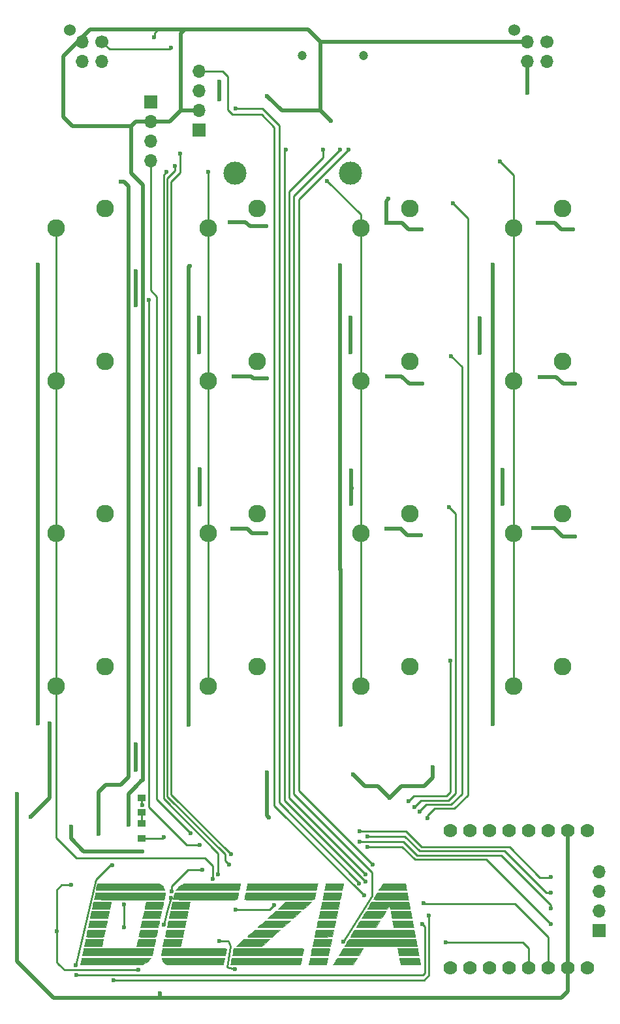
<source format=gtl>
G04 #@! TF.GenerationSoftware,KiCad,Pcbnew,(5.0.0-rc2-dev-321-g78161b592)*
G04 #@! TF.CreationDate,2018-06-28T11:08:08-06:00*
G04 #@! TF.ProjectId,KeyGridBadge,4B65794772696442616467652E6B6963,rev?*
G04 #@! TF.SameCoordinates,Original*
G04 #@! TF.FileFunction,Copper,L1,Top,Signal*
G04 #@! TF.FilePolarity,Positive*
%FSLAX46Y46*%
G04 Gerber Fmt 4.6, Leading zero omitted, Abs format (unit mm)*
G04 Created by KiCad (PCBNEW (5.0.0-rc2-dev-321-g78161b592)) date 06/28/18 11:08:08*
%MOMM*%
%LPD*%
G01*
G04 APERTURE LIST*
%ADD10C,0.010000*%
%ADD11C,3.000000*%
%ADD12C,2.286000*%
%ADD13O,1.700000X1.700000*%
%ADD14R,1.700000X1.700000*%
%ADD15C,1.524000*%
%ADD16C,1.700000*%
%ADD17C,1.778000*%
%ADD18R,1.000000X0.845000*%
%ADD19C,1.200000*%
%ADD20C,0.600000*%
%ADD21C,0.508000*%
%ADD22C,0.250000*%
%ADD23C,0.254000*%
G04 APERTURE END LIST*
D10*
G36*
X84967593Y-158004679D02*
X85168822Y-158005191D01*
X85352895Y-158006005D01*
X85515937Y-158007085D01*
X85654075Y-158008398D01*
X85763434Y-158009911D01*
X85840140Y-158011591D01*
X85880319Y-158013402D01*
X85885500Y-158014344D01*
X85881268Y-158037973D01*
X85869683Y-158095154D01*
X85852409Y-158178076D01*
X85831110Y-158278929D01*
X85807451Y-158389903D01*
X85783095Y-158503187D01*
X85759708Y-158610971D01*
X85738953Y-158705446D01*
X85724092Y-158771792D01*
X85691606Y-158914667D01*
X83425577Y-158914667D01*
X83439553Y-158858983D01*
X83448930Y-158818762D01*
X83464607Y-158748453D01*
X83484946Y-158655693D01*
X83508306Y-158548119D01*
X83533049Y-158433367D01*
X83557534Y-158319076D01*
X83580122Y-158212882D01*
X83599174Y-158122422D01*
X83613049Y-158055334D01*
X83620109Y-158019255D01*
X83620666Y-158015346D01*
X83641187Y-158013292D01*
X83700167Y-158011364D01*
X83793731Y-158009601D01*
X83918006Y-158008040D01*
X84069117Y-158006717D01*
X84243190Y-158005669D01*
X84436350Y-158004935D01*
X84644723Y-158004550D01*
X84753083Y-158004500D01*
X84967593Y-158004679D01*
X84967593Y-158004679D01*
G37*
X84967593Y-158004679D02*
X85168822Y-158005191D01*
X85352895Y-158006005D01*
X85515937Y-158007085D01*
X85654075Y-158008398D01*
X85763434Y-158009911D01*
X85840140Y-158011591D01*
X85880319Y-158013402D01*
X85885500Y-158014344D01*
X85881268Y-158037973D01*
X85869683Y-158095154D01*
X85852409Y-158178076D01*
X85831110Y-158278929D01*
X85807451Y-158389903D01*
X85783095Y-158503187D01*
X85759708Y-158610971D01*
X85738953Y-158705446D01*
X85724092Y-158771792D01*
X85691606Y-158914667D01*
X83425577Y-158914667D01*
X83439553Y-158858983D01*
X83448930Y-158818762D01*
X83464607Y-158748453D01*
X83484946Y-158655693D01*
X83508306Y-158548119D01*
X83533049Y-158433367D01*
X83557534Y-158319076D01*
X83580122Y-158212882D01*
X83599174Y-158122422D01*
X83613049Y-158055334D01*
X83620109Y-158019255D01*
X83620666Y-158015346D01*
X83641187Y-158013292D01*
X83700167Y-158011364D01*
X83793731Y-158009601D01*
X83918006Y-158008040D01*
X84069117Y-158006717D01*
X84243190Y-158005669D01*
X84436350Y-158004935D01*
X84644723Y-158004550D01*
X84753083Y-158004500D01*
X84967593Y-158004679D01*
G36*
X78832111Y-150765868D02*
X79317876Y-150765897D01*
X79763172Y-150765925D01*
X80169862Y-150766000D01*
X80539811Y-150766175D01*
X80874881Y-150766499D01*
X81176937Y-150767023D01*
X81447843Y-150767798D01*
X81689462Y-150768874D01*
X81903659Y-150770302D01*
X82092296Y-150772133D01*
X82257239Y-150774416D01*
X82400350Y-150777204D01*
X82523494Y-150780547D01*
X82628534Y-150784494D01*
X82717334Y-150789097D01*
X82791758Y-150794407D01*
X82853671Y-150800473D01*
X82904934Y-150807347D01*
X82947414Y-150815079D01*
X82982972Y-150823721D01*
X83013474Y-150833321D01*
X83040783Y-150843932D01*
X83066762Y-150855604D01*
X83093276Y-150868387D01*
X83122188Y-150882332D01*
X83122338Y-150882403D01*
X83244658Y-150955905D01*
X83365439Y-151055848D01*
X83471655Y-151169912D01*
X83550281Y-151285779D01*
X83551724Y-151288486D01*
X83587068Y-151362730D01*
X83622499Y-151449384D01*
X83653502Y-151535840D01*
X83675562Y-151609486D01*
X83684162Y-151657714D01*
X83684166Y-151658342D01*
X83663325Y-151660016D01*
X83602101Y-151661646D01*
X83502445Y-151663225D01*
X83366309Y-151664744D01*
X83195643Y-151666197D01*
X82992398Y-151667575D01*
X82758525Y-151668871D01*
X82495975Y-151670078D01*
X82206698Y-151671188D01*
X81892646Y-151672193D01*
X81555770Y-151673086D01*
X81198020Y-151673860D01*
X80821347Y-151674506D01*
X80427702Y-151675017D01*
X80019036Y-151675386D01*
X79597299Y-151675604D01*
X79218000Y-151675667D01*
X78786401Y-151675585D01*
X78366161Y-151675344D01*
X77959230Y-151674951D01*
X77567560Y-151674415D01*
X77193100Y-151673743D01*
X76837802Y-151672943D01*
X76503616Y-151672022D01*
X76192494Y-151670988D01*
X75906387Y-151669849D01*
X75647245Y-151668613D01*
X75417019Y-151667286D01*
X75217660Y-151665878D01*
X75051119Y-151664395D01*
X74919346Y-151662845D01*
X74824294Y-151661235D01*
X74767912Y-151659575D01*
X74751833Y-151658081D01*
X74756078Y-151634190D01*
X74767748Y-151576436D01*
X74785241Y-151492318D01*
X74806958Y-151389334D01*
X74831298Y-151274983D01*
X74856662Y-151156763D01*
X74881449Y-151042171D01*
X74904059Y-150938706D01*
X74922893Y-150853866D01*
X74932151Y-150813125D01*
X74943139Y-150765500D01*
X78832111Y-150765868D01*
X78832111Y-150765868D01*
G37*
X78832111Y-150765868D02*
X79317876Y-150765897D01*
X79763172Y-150765925D01*
X80169862Y-150766000D01*
X80539811Y-150766175D01*
X80874881Y-150766499D01*
X81176937Y-150767023D01*
X81447843Y-150767798D01*
X81689462Y-150768874D01*
X81903659Y-150770302D01*
X82092296Y-150772133D01*
X82257239Y-150774416D01*
X82400350Y-150777204D01*
X82523494Y-150780547D01*
X82628534Y-150784494D01*
X82717334Y-150789097D01*
X82791758Y-150794407D01*
X82853671Y-150800473D01*
X82904934Y-150807347D01*
X82947414Y-150815079D01*
X82982972Y-150823721D01*
X83013474Y-150833321D01*
X83040783Y-150843932D01*
X83066762Y-150855604D01*
X83093276Y-150868387D01*
X83122188Y-150882332D01*
X83122338Y-150882403D01*
X83244658Y-150955905D01*
X83365439Y-151055848D01*
X83471655Y-151169912D01*
X83550281Y-151285779D01*
X83551724Y-151288486D01*
X83587068Y-151362730D01*
X83622499Y-151449384D01*
X83653502Y-151535840D01*
X83675562Y-151609486D01*
X83684162Y-151657714D01*
X83684166Y-151658342D01*
X83663325Y-151660016D01*
X83602101Y-151661646D01*
X83502445Y-151663225D01*
X83366309Y-151664744D01*
X83195643Y-151666197D01*
X82992398Y-151667575D01*
X82758525Y-151668871D01*
X82495975Y-151670078D01*
X82206698Y-151671188D01*
X81892646Y-151672193D01*
X81555770Y-151673086D01*
X81198020Y-151673860D01*
X80821347Y-151674506D01*
X80427702Y-151675017D01*
X80019036Y-151675386D01*
X79597299Y-151675604D01*
X79218000Y-151675667D01*
X78786401Y-151675585D01*
X78366161Y-151675344D01*
X77959230Y-151674951D01*
X77567560Y-151674415D01*
X77193100Y-151673743D01*
X76837802Y-151672943D01*
X76503616Y-151672022D01*
X76192494Y-151670988D01*
X75906387Y-151669849D01*
X75647245Y-151668613D01*
X75417019Y-151667286D01*
X75217660Y-151665878D01*
X75051119Y-151664395D01*
X74919346Y-151662845D01*
X74824294Y-151661235D01*
X74767912Y-151659575D01*
X74751833Y-151658081D01*
X74756078Y-151634190D01*
X74767748Y-151576436D01*
X74785241Y-151492318D01*
X74806958Y-151389334D01*
X74831298Y-151274983D01*
X74856662Y-151156763D01*
X74881449Y-151042171D01*
X74904059Y-150938706D01*
X74922893Y-150853866D01*
X74932151Y-150813125D01*
X74943139Y-150765500D01*
X78832111Y-150765868D01*
G36*
X77849113Y-160417565D02*
X78269241Y-160417757D01*
X78676058Y-160418068D01*
X79067613Y-160418494D01*
X79441956Y-160419027D01*
X79797134Y-160419662D01*
X80131197Y-160420393D01*
X80442192Y-160421214D01*
X80728170Y-160422118D01*
X80987177Y-160423099D01*
X81217263Y-160424152D01*
X81416477Y-160425270D01*
X81582866Y-160426447D01*
X81714481Y-160427677D01*
X81809369Y-160428954D01*
X81865578Y-160430272D01*
X81881500Y-160431452D01*
X81868860Y-160456569D01*
X81835229Y-160505565D01*
X81787039Y-160570069D01*
X81730721Y-160641709D01*
X81672708Y-160712114D01*
X81619433Y-160772913D01*
X81617637Y-160774869D01*
X81440048Y-160938973D01*
X81231794Y-161081228D01*
X81001064Y-161196590D01*
X80833750Y-161257650D01*
X80643250Y-161317084D01*
X76700958Y-161322755D01*
X76295787Y-161323278D01*
X75902101Y-161323669D01*
X75521974Y-161323930D01*
X75157484Y-161324065D01*
X74810708Y-161324077D01*
X74483721Y-161323969D01*
X74178600Y-161323743D01*
X73897422Y-161323402D01*
X73642263Y-161322951D01*
X73415199Y-161322391D01*
X73218307Y-161321725D01*
X73053663Y-161320957D01*
X72923344Y-161320090D01*
X72829427Y-161319126D01*
X72773987Y-161318069D01*
X72758666Y-161317091D01*
X72762915Y-161294186D01*
X72774574Y-161237505D01*
X72792013Y-161154631D01*
X72813601Y-161053142D01*
X72837706Y-160940622D01*
X72862698Y-160824650D01*
X72886945Y-160712808D01*
X72908817Y-160612677D01*
X72926683Y-160531838D01*
X72938912Y-160477872D01*
X72941955Y-160465125D01*
X72953755Y-160417500D01*
X77417627Y-160417500D01*
X77849113Y-160417565D01*
X77849113Y-160417565D01*
G37*
X77849113Y-160417565D02*
X78269241Y-160417757D01*
X78676058Y-160418068D01*
X79067613Y-160418494D01*
X79441956Y-160419027D01*
X79797134Y-160419662D01*
X80131197Y-160420393D01*
X80442192Y-160421214D01*
X80728170Y-160422118D01*
X80987177Y-160423099D01*
X81217263Y-160424152D01*
X81416477Y-160425270D01*
X81582866Y-160426447D01*
X81714481Y-160427677D01*
X81809369Y-160428954D01*
X81865578Y-160430272D01*
X81881500Y-160431452D01*
X81868860Y-160456569D01*
X81835229Y-160505565D01*
X81787039Y-160570069D01*
X81730721Y-160641709D01*
X81672708Y-160712114D01*
X81619433Y-160772913D01*
X81617637Y-160774869D01*
X81440048Y-160938973D01*
X81231794Y-161081228D01*
X81001064Y-161196590D01*
X80833750Y-161257650D01*
X80643250Y-161317084D01*
X76700958Y-161322755D01*
X76295787Y-161323278D01*
X75902101Y-161323669D01*
X75521974Y-161323930D01*
X75157484Y-161324065D01*
X74810708Y-161324077D01*
X74483721Y-161323969D01*
X74178600Y-161323743D01*
X73897422Y-161323402D01*
X73642263Y-161322951D01*
X73415199Y-161322391D01*
X73218307Y-161321725D01*
X73053663Y-161320957D01*
X72923344Y-161320090D01*
X72829427Y-161319126D01*
X72773987Y-161318069D01*
X72758666Y-161317091D01*
X72762915Y-161294186D01*
X72774574Y-161237505D01*
X72792013Y-161154631D01*
X72813601Y-161053142D01*
X72837706Y-160940622D01*
X72862698Y-160824650D01*
X72886945Y-160712808D01*
X72908817Y-160612677D01*
X72926683Y-160531838D01*
X72938912Y-160477872D01*
X72941955Y-160465125D01*
X72953755Y-160417500D01*
X77417627Y-160417500D01*
X77849113Y-160417565D01*
G36*
X87899054Y-160417604D02*
X88382309Y-160417913D01*
X88833764Y-160418423D01*
X89252584Y-160419131D01*
X89637932Y-160420030D01*
X89988975Y-160421119D01*
X90304877Y-160422392D01*
X90584804Y-160423846D01*
X90827919Y-160425475D01*
X91033387Y-160427277D01*
X91200375Y-160429247D01*
X91328046Y-160431381D01*
X91415565Y-160433674D01*
X91462098Y-160436123D01*
X91470000Y-160437698D01*
X91465737Y-160462296D01*
X91454032Y-160520653D01*
X91436506Y-160605177D01*
X91414783Y-160708274D01*
X91390486Y-160822352D01*
X91365236Y-160939819D01*
X91340656Y-161053082D01*
X91318370Y-161154548D01*
X91300000Y-161236626D01*
X91289970Y-161280042D01*
X91278693Y-161327667D01*
X87781305Y-161324495D01*
X87398855Y-161324099D01*
X87027338Y-161323615D01*
X86669012Y-161323053D01*
X86326133Y-161322419D01*
X86000962Y-161321721D01*
X85695756Y-161320965D01*
X85412773Y-161320160D01*
X85154271Y-161319313D01*
X84922510Y-161318430D01*
X84719747Y-161317520D01*
X84548239Y-161316590D01*
X84410247Y-161315647D01*
X84308027Y-161314698D01*
X84243839Y-161313751D01*
X84220416Y-161312902D01*
X84030838Y-161270536D01*
X83851849Y-161197547D01*
X83690728Y-161098524D01*
X83554751Y-160978056D01*
X83451199Y-160840731D01*
X83439909Y-160820800D01*
X83403445Y-160746714D01*
X83366633Y-160660357D01*
X83334043Y-160573941D01*
X83310244Y-160499680D01*
X83299804Y-160449788D01*
X83299666Y-160445937D01*
X83305213Y-160442464D01*
X83322929Y-160439275D01*
X83354434Y-160436358D01*
X83401342Y-160433702D01*
X83465271Y-160431295D01*
X83547838Y-160429127D01*
X83650659Y-160427186D01*
X83775351Y-160425461D01*
X83923532Y-160423941D01*
X84096817Y-160422614D01*
X84296823Y-160421469D01*
X84525168Y-160420495D01*
X84783469Y-160419681D01*
X85073341Y-160419015D01*
X85396401Y-160418486D01*
X85754267Y-160418083D01*
X86148556Y-160417794D01*
X86580883Y-160417609D01*
X87052866Y-160417517D01*
X87384833Y-160417500D01*
X87899054Y-160417604D01*
X87899054Y-160417604D01*
G37*
X87899054Y-160417604D02*
X88382309Y-160417913D01*
X88833764Y-160418423D01*
X89252584Y-160419131D01*
X89637932Y-160420030D01*
X89988975Y-160421119D01*
X90304877Y-160422392D01*
X90584804Y-160423846D01*
X90827919Y-160425475D01*
X91033387Y-160427277D01*
X91200375Y-160429247D01*
X91328046Y-160431381D01*
X91415565Y-160433674D01*
X91462098Y-160436123D01*
X91470000Y-160437698D01*
X91465737Y-160462296D01*
X91454032Y-160520653D01*
X91436506Y-160605177D01*
X91414783Y-160708274D01*
X91390486Y-160822352D01*
X91365236Y-160939819D01*
X91340656Y-161053082D01*
X91318370Y-161154548D01*
X91300000Y-161236626D01*
X91289970Y-161280042D01*
X91278693Y-161327667D01*
X87781305Y-161324495D01*
X87398855Y-161324099D01*
X87027338Y-161323615D01*
X86669012Y-161323053D01*
X86326133Y-161322419D01*
X86000962Y-161321721D01*
X85695756Y-161320965D01*
X85412773Y-161320160D01*
X85154271Y-161319313D01*
X84922510Y-161318430D01*
X84719747Y-161317520D01*
X84548239Y-161316590D01*
X84410247Y-161315647D01*
X84308027Y-161314698D01*
X84243839Y-161313751D01*
X84220416Y-161312902D01*
X84030838Y-161270536D01*
X83851849Y-161197547D01*
X83690728Y-161098524D01*
X83554751Y-160978056D01*
X83451199Y-160840731D01*
X83439909Y-160820800D01*
X83403445Y-160746714D01*
X83366633Y-160660357D01*
X83334043Y-160573941D01*
X83310244Y-160499680D01*
X83299804Y-160449788D01*
X83299666Y-160445937D01*
X83305213Y-160442464D01*
X83322929Y-160439275D01*
X83354434Y-160436358D01*
X83401342Y-160433702D01*
X83465271Y-160431295D01*
X83547838Y-160429127D01*
X83650659Y-160427186D01*
X83775351Y-160425461D01*
X83923532Y-160423941D01*
X84096817Y-160422614D01*
X84296823Y-160421469D01*
X84525168Y-160420495D01*
X84783469Y-160419681D01*
X85073341Y-160419015D01*
X85396401Y-160418486D01*
X85754267Y-160418083D01*
X86148556Y-160417794D01*
X86580883Y-160417609D01*
X87052866Y-160417517D01*
X87384833Y-160417500D01*
X87899054Y-160417604D01*
G36*
X97389700Y-160417576D02*
X97812904Y-160417799D01*
X98222824Y-160418163D01*
X98617523Y-160418660D01*
X98995064Y-160419282D01*
X99353509Y-160420024D01*
X99690920Y-160420878D01*
X100005358Y-160421837D01*
X100294887Y-160422893D01*
X100557568Y-160424040D01*
X100791464Y-160425271D01*
X100994637Y-160426579D01*
X101165149Y-160427956D01*
X101301062Y-160429396D01*
X101400439Y-160430891D01*
X101461341Y-160432434D01*
X101481833Y-160434005D01*
X101477470Y-160458753D01*
X101465278Y-160518471D01*
X101446607Y-160606802D01*
X101422805Y-160717389D01*
X101395218Y-160843874D01*
X101386583Y-160883167D01*
X101358211Y-161012312D01*
X101333205Y-161126652D01*
X101312902Y-161220028D01*
X101298641Y-161286280D01*
X101291759Y-161319249D01*
X101291333Y-161321745D01*
X101270489Y-161322313D01*
X101209249Y-161322867D01*
X101109549Y-161323403D01*
X100973326Y-161323919D01*
X100802517Y-161324412D01*
X100599059Y-161324881D01*
X100364889Y-161325322D01*
X100101944Y-161325734D01*
X99812160Y-161326112D01*
X99497474Y-161326456D01*
X99159824Y-161326762D01*
X98801146Y-161327028D01*
X98423376Y-161327251D01*
X98028452Y-161327429D01*
X97618311Y-161327560D01*
X97194889Y-161327640D01*
X96760240Y-161327667D01*
X96244024Y-161327655D01*
X95768483Y-161327610D01*
X95331957Y-161327519D01*
X94932787Y-161327369D01*
X94569315Y-161327144D01*
X94239881Y-161326832D01*
X93942827Y-161326420D01*
X93676493Y-161325894D01*
X93439221Y-161325239D01*
X93229351Y-161324443D01*
X93045225Y-161323492D01*
X92885183Y-161322372D01*
X92747567Y-161321070D01*
X92630718Y-161319572D01*
X92532976Y-161317864D01*
X92452683Y-161315934D01*
X92388179Y-161313767D01*
X92337806Y-161311349D01*
X92299905Y-161308668D01*
X92272817Y-161305709D01*
X92254882Y-161302460D01*
X92244442Y-161298905D01*
X92239838Y-161295033D01*
X92239411Y-161290828D01*
X92239465Y-161290625D01*
X92246904Y-161259250D01*
X92261623Y-161193384D01*
X92282109Y-161099947D01*
X92306845Y-160985857D01*
X92334316Y-160858034D01*
X92339127Y-160835542D01*
X92428471Y-160417500D01*
X96955152Y-160417500D01*
X97389700Y-160417576D01*
X97389700Y-160417576D01*
G37*
X97389700Y-160417576D02*
X97812904Y-160417799D01*
X98222824Y-160418163D01*
X98617523Y-160418660D01*
X98995064Y-160419282D01*
X99353509Y-160420024D01*
X99690920Y-160420878D01*
X100005358Y-160421837D01*
X100294887Y-160422893D01*
X100557568Y-160424040D01*
X100791464Y-160425271D01*
X100994637Y-160426579D01*
X101165149Y-160427956D01*
X101301062Y-160429396D01*
X101400439Y-160430891D01*
X101461341Y-160432434D01*
X101481833Y-160434005D01*
X101477470Y-160458753D01*
X101465278Y-160518471D01*
X101446607Y-160606802D01*
X101422805Y-160717389D01*
X101395218Y-160843874D01*
X101386583Y-160883167D01*
X101358211Y-161012312D01*
X101333205Y-161126652D01*
X101312902Y-161220028D01*
X101298641Y-161286280D01*
X101291759Y-161319249D01*
X101291333Y-161321745D01*
X101270489Y-161322313D01*
X101209249Y-161322867D01*
X101109549Y-161323403D01*
X100973326Y-161323919D01*
X100802517Y-161324412D01*
X100599059Y-161324881D01*
X100364889Y-161325322D01*
X100101944Y-161325734D01*
X99812160Y-161326112D01*
X99497474Y-161326456D01*
X99159824Y-161326762D01*
X98801146Y-161327028D01*
X98423376Y-161327251D01*
X98028452Y-161327429D01*
X97618311Y-161327560D01*
X97194889Y-161327640D01*
X96760240Y-161327667D01*
X96244024Y-161327655D01*
X95768483Y-161327610D01*
X95331957Y-161327519D01*
X94932787Y-161327369D01*
X94569315Y-161327144D01*
X94239881Y-161326832D01*
X93942827Y-161326420D01*
X93676493Y-161325894D01*
X93439221Y-161325239D01*
X93229351Y-161324443D01*
X93045225Y-161323492D01*
X92885183Y-161322372D01*
X92747567Y-161321070D01*
X92630718Y-161319572D01*
X92532976Y-161317864D01*
X92452683Y-161315934D01*
X92388179Y-161313767D01*
X92337806Y-161311349D01*
X92299905Y-161308668D01*
X92272817Y-161305709D01*
X92254882Y-161302460D01*
X92244442Y-161298905D01*
X92239838Y-161295033D01*
X92239411Y-161290828D01*
X92239465Y-161290625D01*
X92246904Y-161259250D01*
X92261623Y-161193384D01*
X92282109Y-161099947D01*
X92306845Y-160985857D01*
X92334316Y-160858034D01*
X92339127Y-160835542D01*
X92428471Y-160417500D01*
X96955152Y-160417500D01*
X97389700Y-160417576D01*
G36*
X103929426Y-160417798D02*
X104130655Y-160418655D01*
X104314727Y-160420014D01*
X104477770Y-160421819D01*
X104615908Y-160424014D01*
X104725267Y-160426543D01*
X104801973Y-160429348D01*
X104842152Y-160432375D01*
X104847333Y-160433949D01*
X104843112Y-160457762D01*
X104831527Y-160515330D01*
X104814199Y-160599041D01*
X104792746Y-160701279D01*
X104768786Y-160814432D01*
X104743938Y-160930885D01*
X104719823Y-161043025D01*
X104698057Y-161143237D01*
X104680261Y-161223909D01*
X104668053Y-161277426D01*
X104667430Y-161280042D01*
X104656026Y-161327667D01*
X102391193Y-161327667D01*
X102402596Y-161280042D01*
X102414337Y-161228786D01*
X102431783Y-161149825D01*
X102453315Y-161050772D01*
X102477315Y-160939240D01*
X102502164Y-160822843D01*
X102526242Y-160709196D01*
X102547932Y-160605912D01*
X102565613Y-160520604D01*
X102577667Y-160460887D01*
X102582476Y-160434375D01*
X102582500Y-160433949D01*
X102603020Y-160430833D01*
X102662000Y-160427910D01*
X102755564Y-160425236D01*
X102879839Y-160422868D01*
X103030949Y-160420862D01*
X103205022Y-160419273D01*
X103398181Y-160418159D01*
X103606554Y-160417575D01*
X103714916Y-160417500D01*
X103929426Y-160417798D01*
X103929426Y-160417798D01*
G37*
X103929426Y-160417798D02*
X104130655Y-160418655D01*
X104314727Y-160420014D01*
X104477770Y-160421819D01*
X104615908Y-160424014D01*
X104725267Y-160426543D01*
X104801973Y-160429348D01*
X104842152Y-160432375D01*
X104847333Y-160433949D01*
X104843112Y-160457762D01*
X104831527Y-160515330D01*
X104814199Y-160599041D01*
X104792746Y-160701279D01*
X104768786Y-160814432D01*
X104743938Y-160930885D01*
X104719823Y-161043025D01*
X104698057Y-161143237D01*
X104680261Y-161223909D01*
X104668053Y-161277426D01*
X104667430Y-161280042D01*
X104656026Y-161327667D01*
X102391193Y-161327667D01*
X102402596Y-161280042D01*
X102414337Y-161228786D01*
X102431783Y-161149825D01*
X102453315Y-161050772D01*
X102477315Y-160939240D01*
X102502164Y-160822843D01*
X102526242Y-160709196D01*
X102547932Y-160605912D01*
X102565613Y-160520604D01*
X102577667Y-160460887D01*
X102582476Y-160434375D01*
X102582500Y-160433949D01*
X102603020Y-160430833D01*
X102662000Y-160427910D01*
X102755564Y-160425236D01*
X102879839Y-160422868D01*
X103030949Y-160420862D01*
X103205022Y-160419273D01*
X103398181Y-160418159D01*
X103606554Y-160417575D01*
X103714916Y-160417500D01*
X103929426Y-160417798D01*
G36*
X107629241Y-160417756D02*
X107844304Y-160418492D01*
X108042633Y-160419663D01*
X108220586Y-160421225D01*
X108374519Y-160423131D01*
X108500790Y-160425336D01*
X108595755Y-160427796D01*
X108655772Y-160430464D01*
X108677199Y-160433296D01*
X108677208Y-160433375D01*
X108666101Y-160455054D01*
X108635588Y-160507472D01*
X108588763Y-160585511D01*
X108528716Y-160684048D01*
X108458539Y-160797964D01*
X108405633Y-160883167D01*
X108135349Y-161317084D01*
X106848632Y-161322540D01*
X105561915Y-161327997D01*
X105592595Y-161280207D01*
X105612344Y-161248677D01*
X105650580Y-161186969D01*
X105703655Y-161100992D01*
X105767926Y-160996657D01*
X105839745Y-160879870D01*
X105873475Y-160824959D01*
X106123674Y-160417500D01*
X107401087Y-160417500D01*
X107629241Y-160417756D01*
X107629241Y-160417756D01*
G37*
X107629241Y-160417756D02*
X107844304Y-160418492D01*
X108042633Y-160419663D01*
X108220586Y-160421225D01*
X108374519Y-160423131D01*
X108500790Y-160425336D01*
X108595755Y-160427796D01*
X108655772Y-160430464D01*
X108677199Y-160433296D01*
X108677208Y-160433375D01*
X108666101Y-160455054D01*
X108635588Y-160507472D01*
X108588763Y-160585511D01*
X108528716Y-160684048D01*
X108458539Y-160797964D01*
X108405633Y-160883167D01*
X108135349Y-161317084D01*
X106848632Y-161322540D01*
X105561915Y-161327997D01*
X105592595Y-161280207D01*
X105612344Y-161248677D01*
X105650580Y-161186969D01*
X105703655Y-161100992D01*
X105767926Y-160996657D01*
X105839745Y-160879870D01*
X105873475Y-160824959D01*
X106123674Y-160417500D01*
X107401087Y-160417500D01*
X107629241Y-160417756D01*
G36*
X116110572Y-160417166D02*
X116276950Y-160417660D01*
X116423448Y-160418472D01*
X116545623Y-160419616D01*
X116639030Y-160421108D01*
X116699228Y-160422959D01*
X116721773Y-160425186D01*
X116721833Y-160425314D01*
X116725528Y-160448791D01*
X116735663Y-160506186D01*
X116750811Y-160589822D01*
X116769546Y-160692022D01*
X116790442Y-160805109D01*
X116812074Y-160921406D01*
X116833014Y-161033234D01*
X116851837Y-161132916D01*
X116867116Y-161212775D01*
X116877426Y-161265135D01*
X116880606Y-161280042D01*
X116891973Y-161327667D01*
X115605694Y-161327633D01*
X114319416Y-161327600D01*
X114239545Y-160888425D01*
X114215807Y-160757054D01*
X114194923Y-160639857D01*
X114178003Y-160543200D01*
X114166157Y-160473447D01*
X114160495Y-160436961D01*
X114160170Y-160433375D01*
X114180668Y-160431000D01*
X114239046Y-160428762D01*
X114330861Y-160426674D01*
X114451670Y-160424751D01*
X114597030Y-160423007D01*
X114762498Y-160421455D01*
X114943631Y-160420111D01*
X115135986Y-160418987D01*
X115335119Y-160418097D01*
X115536587Y-160417456D01*
X115735947Y-160417078D01*
X115928757Y-160416977D01*
X116110572Y-160417166D01*
X116110572Y-160417166D01*
G37*
X116110572Y-160417166D02*
X116276950Y-160417660D01*
X116423448Y-160418472D01*
X116545623Y-160419616D01*
X116639030Y-160421108D01*
X116699228Y-160422959D01*
X116721773Y-160425186D01*
X116721833Y-160425314D01*
X116725528Y-160448791D01*
X116735663Y-160506186D01*
X116750811Y-160589822D01*
X116769546Y-160692022D01*
X116790442Y-160805109D01*
X116812074Y-160921406D01*
X116833014Y-161033234D01*
X116851837Y-161132916D01*
X116867116Y-161212775D01*
X116877426Y-161265135D01*
X116880606Y-161280042D01*
X116891973Y-161327667D01*
X115605694Y-161327633D01*
X114319416Y-161327600D01*
X114239545Y-160888425D01*
X114215807Y-160757054D01*
X114194923Y-160639857D01*
X114178003Y-160543200D01*
X114166157Y-160473447D01*
X114160495Y-160436961D01*
X114160170Y-160433375D01*
X114180668Y-160431000D01*
X114239046Y-160428762D01*
X114330861Y-160426674D01*
X114451670Y-160424751D01*
X114597030Y-160423007D01*
X114762498Y-160421455D01*
X114943631Y-160420111D01*
X115135986Y-160418987D01*
X115335119Y-160418097D01*
X115536587Y-160417456D01*
X115735947Y-160417078D01*
X115928757Y-160416977D01*
X116110572Y-160417166D01*
G36*
X82255950Y-159258625D02*
X82247292Y-159296988D01*
X82231772Y-159367003D01*
X82211535Y-159458959D01*
X82188724Y-159563143D01*
X82187044Y-159570834D01*
X82160627Y-159687989D01*
X82132668Y-159805627D01*
X82106686Y-159909266D01*
X82087993Y-159978292D01*
X82046710Y-160121167D01*
X73008077Y-160121167D01*
X73019878Y-160073542D01*
X73029177Y-160033418D01*
X73044816Y-159963188D01*
X73065162Y-159870431D01*
X73088585Y-159762727D01*
X73113452Y-159647656D01*
X73138133Y-159532799D01*
X73160995Y-159425735D01*
X73180408Y-159334044D01*
X73194740Y-159265306D01*
X73202360Y-159227101D01*
X73203166Y-159221956D01*
X73224010Y-159220905D01*
X73285251Y-159219881D01*
X73384951Y-159218889D01*
X73521175Y-159217935D01*
X73691986Y-159217021D01*
X73895446Y-159216154D01*
X74129620Y-159215338D01*
X74392571Y-159214577D01*
X74682361Y-159213876D01*
X74997055Y-159213241D01*
X75334716Y-159212674D01*
X75693407Y-159212182D01*
X76071191Y-159211769D01*
X76466131Y-159211440D01*
X76876292Y-159211199D01*
X77299736Y-159211051D01*
X77734527Y-159211000D01*
X82267089Y-159211000D01*
X82255950Y-159258625D01*
X82255950Y-159258625D01*
G37*
X82255950Y-159258625D02*
X82247292Y-159296988D01*
X82231772Y-159367003D01*
X82211535Y-159458959D01*
X82188724Y-159563143D01*
X82187044Y-159570834D01*
X82160627Y-159687989D01*
X82132668Y-159805627D01*
X82106686Y-159909266D01*
X82087993Y-159978292D01*
X82046710Y-160121167D01*
X73008077Y-160121167D01*
X73019878Y-160073542D01*
X73029177Y-160033418D01*
X73044816Y-159963188D01*
X73065162Y-159870431D01*
X73088585Y-159762727D01*
X73113452Y-159647656D01*
X73138133Y-159532799D01*
X73160995Y-159425735D01*
X73180408Y-159334044D01*
X73194740Y-159265306D01*
X73202360Y-159227101D01*
X73203166Y-159221956D01*
X73224010Y-159220905D01*
X73285251Y-159219881D01*
X73384951Y-159218889D01*
X73521175Y-159217935D01*
X73691986Y-159217021D01*
X73895446Y-159216154D01*
X74129620Y-159215338D01*
X74392571Y-159214577D01*
X74682361Y-159213876D01*
X74997055Y-159213241D01*
X75334716Y-159212674D01*
X75693407Y-159212182D01*
X76071191Y-159211769D01*
X76466131Y-159211440D01*
X76876292Y-159211199D01*
X77299736Y-159211051D01*
X77734527Y-159211000D01*
X82267089Y-159211000D01*
X82255950Y-159258625D01*
G36*
X88144308Y-159211105D02*
X88669377Y-159211420D01*
X89152363Y-159211946D01*
X89593389Y-159212684D01*
X89992580Y-159213634D01*
X90350059Y-159214797D01*
X90665952Y-159216173D01*
X90940383Y-159217763D01*
X91173475Y-159219568D01*
X91365354Y-159221589D01*
X91516144Y-159223825D01*
X91625968Y-159226279D01*
X91694953Y-159228949D01*
X91723221Y-159231838D01*
X91724000Y-159232429D01*
X91719716Y-159259046D01*
X91707974Y-159319218D01*
X91690433Y-159405159D01*
X91668758Y-159509085D01*
X91644608Y-159623210D01*
X91619645Y-159739751D01*
X91595531Y-159850923D01*
X91573929Y-159948940D01*
X91556498Y-160026017D01*
X91544902Y-160074371D01*
X91542207Y-160084125D01*
X91539310Y-160088534D01*
X91532325Y-160092579D01*
X91519506Y-160096277D01*
X91499110Y-160099642D01*
X91469391Y-160102691D01*
X91428605Y-160105438D01*
X91375007Y-160107900D01*
X91306853Y-160110092D01*
X91222397Y-160112030D01*
X91119896Y-160113729D01*
X90997605Y-160115204D01*
X90853778Y-160116472D01*
X90686672Y-160117548D01*
X90494542Y-160118447D01*
X90275643Y-160119186D01*
X90028230Y-160119779D01*
X89750558Y-160120242D01*
X89440884Y-160120591D01*
X89097462Y-160120841D01*
X88718548Y-160121008D01*
X88302397Y-160121108D01*
X87847265Y-160121155D01*
X87392004Y-160121167D01*
X83253360Y-160121167D01*
X83267670Y-160010042D01*
X83282002Y-159917081D01*
X83304679Y-159792597D01*
X83333817Y-159646145D01*
X83367531Y-159487283D01*
X83394979Y-159364459D01*
X83430059Y-159211000D01*
X87577029Y-159211000D01*
X88144308Y-159211105D01*
X88144308Y-159211105D01*
G37*
X88144308Y-159211105D02*
X88669377Y-159211420D01*
X89152363Y-159211946D01*
X89593389Y-159212684D01*
X89992580Y-159213634D01*
X90350059Y-159214797D01*
X90665952Y-159216173D01*
X90940383Y-159217763D01*
X91173475Y-159219568D01*
X91365354Y-159221589D01*
X91516144Y-159223825D01*
X91625968Y-159226279D01*
X91694953Y-159228949D01*
X91723221Y-159231838D01*
X91724000Y-159232429D01*
X91719716Y-159259046D01*
X91707974Y-159319218D01*
X91690433Y-159405159D01*
X91668758Y-159509085D01*
X91644608Y-159623210D01*
X91619645Y-159739751D01*
X91595531Y-159850923D01*
X91573929Y-159948940D01*
X91556498Y-160026017D01*
X91544902Y-160074371D01*
X91542207Y-160084125D01*
X91539310Y-160088534D01*
X91532325Y-160092579D01*
X91519506Y-160096277D01*
X91499110Y-160099642D01*
X91469391Y-160102691D01*
X91428605Y-160105438D01*
X91375007Y-160107900D01*
X91306853Y-160110092D01*
X91222397Y-160112030D01*
X91119896Y-160113729D01*
X90997605Y-160115204D01*
X90853778Y-160116472D01*
X90686672Y-160117548D01*
X90494542Y-160118447D01*
X90275643Y-160119186D01*
X90028230Y-160119779D01*
X89750558Y-160120242D01*
X89440884Y-160120591D01*
X89097462Y-160120841D01*
X88718548Y-160121008D01*
X88302397Y-160121108D01*
X87847265Y-160121155D01*
X87392004Y-160121167D01*
X83253360Y-160121167D01*
X83267670Y-160010042D01*
X83282002Y-159917081D01*
X83304679Y-159792597D01*
X83333817Y-159646145D01*
X83367531Y-159487283D01*
X83394979Y-159364459D01*
X83430059Y-159211000D01*
X87577029Y-159211000D01*
X88144308Y-159211105D01*
G36*
X97782493Y-159211097D02*
X98317920Y-159211387D01*
X98815935Y-159211867D01*
X99276159Y-159212536D01*
X99698212Y-159213393D01*
X100081714Y-159214436D01*
X100426286Y-159215662D01*
X100731548Y-159217070D01*
X100997120Y-159218659D01*
X101222622Y-159220427D01*
X101407675Y-159222371D01*
X101551899Y-159224491D01*
X101654915Y-159226784D01*
X101716342Y-159229249D01*
X101735833Y-159231778D01*
X101731549Y-159257555D01*
X101719803Y-159316939D01*
X101702252Y-159402195D01*
X101680551Y-159505589D01*
X101656358Y-159619388D01*
X101631329Y-159735859D01*
X101607121Y-159847267D01*
X101585391Y-159945879D01*
X101567795Y-160023961D01*
X101555990Y-160073780D01*
X101553243Y-160084125D01*
X101550520Y-160088347D01*
X101543793Y-160092235D01*
X101531394Y-160095805D01*
X101511657Y-160099070D01*
X101482915Y-160102042D01*
X101443502Y-160104737D01*
X101391749Y-160107166D01*
X101325990Y-160109345D01*
X101244559Y-160111287D01*
X101145788Y-160113004D01*
X101028011Y-160114512D01*
X100889560Y-160115823D01*
X100728769Y-160116951D01*
X100543971Y-160117909D01*
X100333499Y-160118712D01*
X100095686Y-160119372D01*
X99828865Y-160119904D01*
X99531369Y-160120321D01*
X99201532Y-160120636D01*
X98837687Y-160120863D01*
X98438166Y-160121017D01*
X98001303Y-160121109D01*
X97525430Y-160121155D01*
X97011975Y-160121167D01*
X96478681Y-160121124D01*
X95986293Y-160120988D01*
X95533387Y-160120752D01*
X95118536Y-160120408D01*
X94740315Y-160119946D01*
X94397296Y-160119359D01*
X94088054Y-160118638D01*
X93811163Y-160117775D01*
X93565198Y-160116762D01*
X93348731Y-160115589D01*
X93160337Y-160114250D01*
X92998590Y-160112735D01*
X92862064Y-160111036D01*
X92749332Y-160109145D01*
X92658970Y-160107053D01*
X92589550Y-160104752D01*
X92539647Y-160102234D01*
X92507834Y-160099491D01*
X92492686Y-160096513D01*
X92490962Y-160094709D01*
X92498097Y-160066789D01*
X92512555Y-160004064D01*
X92532866Y-159913136D01*
X92557557Y-159800611D01*
X92585159Y-159673092D01*
X92592345Y-159639625D01*
X92684237Y-159211000D01*
X97210035Y-159211000D01*
X97782493Y-159211097D01*
X97782493Y-159211097D01*
G37*
X97782493Y-159211097D02*
X98317920Y-159211387D01*
X98815935Y-159211867D01*
X99276159Y-159212536D01*
X99698212Y-159213393D01*
X100081714Y-159214436D01*
X100426286Y-159215662D01*
X100731548Y-159217070D01*
X100997120Y-159218659D01*
X101222622Y-159220427D01*
X101407675Y-159222371D01*
X101551899Y-159224491D01*
X101654915Y-159226784D01*
X101716342Y-159229249D01*
X101735833Y-159231778D01*
X101731549Y-159257555D01*
X101719803Y-159316939D01*
X101702252Y-159402195D01*
X101680551Y-159505589D01*
X101656358Y-159619388D01*
X101631329Y-159735859D01*
X101607121Y-159847267D01*
X101585391Y-159945879D01*
X101567795Y-160023961D01*
X101555990Y-160073780D01*
X101553243Y-160084125D01*
X101550520Y-160088347D01*
X101543793Y-160092235D01*
X101531394Y-160095805D01*
X101511657Y-160099070D01*
X101482915Y-160102042D01*
X101443502Y-160104737D01*
X101391749Y-160107166D01*
X101325990Y-160109345D01*
X101244559Y-160111287D01*
X101145788Y-160113004D01*
X101028011Y-160114512D01*
X100889560Y-160115823D01*
X100728769Y-160116951D01*
X100543971Y-160117909D01*
X100333499Y-160118712D01*
X100095686Y-160119372D01*
X99828865Y-160119904D01*
X99531369Y-160120321D01*
X99201532Y-160120636D01*
X98837687Y-160120863D01*
X98438166Y-160121017D01*
X98001303Y-160121109D01*
X97525430Y-160121155D01*
X97011975Y-160121167D01*
X96478681Y-160121124D01*
X95986293Y-160120988D01*
X95533387Y-160120752D01*
X95118536Y-160120408D01*
X94740315Y-160119946D01*
X94397296Y-160119359D01*
X94088054Y-160118638D01*
X93811163Y-160117775D01*
X93565198Y-160116762D01*
X93348731Y-160115589D01*
X93160337Y-160114250D01*
X92998590Y-160112735D01*
X92862064Y-160111036D01*
X92749332Y-160109145D01*
X92658970Y-160107053D01*
X92589550Y-160104752D01*
X92539647Y-160102234D01*
X92507834Y-160099491D01*
X92492686Y-160096513D01*
X92490962Y-160094709D01*
X92498097Y-160066789D01*
X92512555Y-160004064D01*
X92532866Y-159913136D01*
X92557557Y-159800611D01*
X92585159Y-159673092D01*
X92592345Y-159639625D01*
X92684237Y-159211000D01*
X97210035Y-159211000D01*
X97782493Y-159211097D01*
G36*
X104260096Y-159211404D02*
X104505264Y-159212615D01*
X104708377Y-159214631D01*
X104869384Y-159217453D01*
X104988235Y-159221079D01*
X105064878Y-159225507D01*
X105099262Y-159230738D01*
X105101333Y-159232539D01*
X105097046Y-159258903D01*
X105085295Y-159318834D01*
X105067740Y-159404563D01*
X105046042Y-159508320D01*
X105021864Y-159622334D01*
X104996866Y-159738837D01*
X104972711Y-159850057D01*
X104951059Y-159948225D01*
X104933572Y-160025570D01*
X104921912Y-160074324D01*
X104919238Y-160084125D01*
X104914667Y-160092243D01*
X104904065Y-160099084D01*
X104884079Y-160104758D01*
X104851360Y-160109372D01*
X104802556Y-160113035D01*
X104734315Y-160115856D01*
X104643286Y-160117943D01*
X104526119Y-160119405D01*
X104379461Y-160120350D01*
X104199962Y-160120885D01*
X103984270Y-160121121D01*
X103774725Y-160121167D01*
X103517881Y-160120981D01*
X103300590Y-160120379D01*
X103120075Y-160119296D01*
X102973557Y-160117667D01*
X102858259Y-160115426D01*
X102771402Y-160112507D01*
X102710208Y-160108846D01*
X102671899Y-160104376D01*
X102653696Y-160099032D01*
X102651441Y-160094709D01*
X102658705Y-160066784D01*
X102673249Y-160004047D01*
X102693598Y-159913103D01*
X102718279Y-159800559D01*
X102745818Y-159673021D01*
X102752965Y-159639625D01*
X102844518Y-159211000D01*
X103972925Y-159211000D01*
X104260096Y-159211404D01*
X104260096Y-159211404D01*
G37*
X104260096Y-159211404D02*
X104505264Y-159212615D01*
X104708377Y-159214631D01*
X104869384Y-159217453D01*
X104988235Y-159221079D01*
X105064878Y-159225507D01*
X105099262Y-159230738D01*
X105101333Y-159232539D01*
X105097046Y-159258903D01*
X105085295Y-159318834D01*
X105067740Y-159404563D01*
X105046042Y-159508320D01*
X105021864Y-159622334D01*
X104996866Y-159738837D01*
X104972711Y-159850057D01*
X104951059Y-159948225D01*
X104933572Y-160025570D01*
X104921912Y-160074324D01*
X104919238Y-160084125D01*
X104914667Y-160092243D01*
X104904065Y-160099084D01*
X104884079Y-160104758D01*
X104851360Y-160109372D01*
X104802556Y-160113035D01*
X104734315Y-160115856D01*
X104643286Y-160117943D01*
X104526119Y-160119405D01*
X104379461Y-160120350D01*
X104199962Y-160120885D01*
X103984270Y-160121121D01*
X103774725Y-160121167D01*
X103517881Y-160120981D01*
X103300590Y-160120379D01*
X103120075Y-160119296D01*
X102973557Y-160117667D01*
X102858259Y-160115426D01*
X102771402Y-160112507D01*
X102710208Y-160108846D01*
X102671899Y-160104376D01*
X102653696Y-160099032D01*
X102651441Y-160094709D01*
X102658705Y-160066784D01*
X102673249Y-160004047D01*
X102693598Y-159913103D01*
X102718279Y-159800559D01*
X102745818Y-159673021D01*
X102752965Y-159639625D01*
X102844518Y-159211000D01*
X103972925Y-159211000D01*
X104260096Y-159211404D01*
G36*
X108369189Y-159211154D02*
X108584429Y-159211598D01*
X108782969Y-159212304D01*
X108961163Y-159213245D01*
X109115364Y-159214394D01*
X109241926Y-159215723D01*
X109337202Y-159217205D01*
X109397547Y-159218814D01*
X109419314Y-159220521D01*
X109419333Y-159220573D01*
X109408665Y-159240470D01*
X109378681Y-159291316D01*
X109332412Y-159368106D01*
X109272888Y-159465834D01*
X109203139Y-159579493D01*
X109147063Y-159670365D01*
X108874793Y-160110584D01*
X107588770Y-160116040D01*
X106302748Y-160121497D01*
X106333110Y-160073707D01*
X106352747Y-160042160D01*
X106390837Y-159980416D01*
X106443744Y-159894389D01*
X106507832Y-159789997D01*
X106579464Y-159673154D01*
X106612965Y-159618459D01*
X106862457Y-159211000D01*
X108140895Y-159211000D01*
X108369189Y-159211154D01*
X108369189Y-159211154D01*
G37*
X108369189Y-159211154D02*
X108584429Y-159211598D01*
X108782969Y-159212304D01*
X108961163Y-159213245D01*
X109115364Y-159214394D01*
X109241926Y-159215723D01*
X109337202Y-159217205D01*
X109397547Y-159218814D01*
X109419314Y-159220521D01*
X109419333Y-159220573D01*
X109408665Y-159240470D01*
X109378681Y-159291316D01*
X109332412Y-159368106D01*
X109272888Y-159465834D01*
X109203139Y-159579493D01*
X109147063Y-159670365D01*
X108874793Y-160110584D01*
X107588770Y-160116040D01*
X106302748Y-160121497D01*
X106333110Y-160073707D01*
X106352747Y-160042160D01*
X106390837Y-159980416D01*
X106443744Y-159894389D01*
X106507832Y-159789997D01*
X106579464Y-159673154D01*
X106612965Y-159618459D01*
X106862457Y-159211000D01*
X108140895Y-159211000D01*
X108369189Y-159211154D01*
G36*
X116496873Y-159221584D02*
X116565971Y-159602584D01*
X116588983Y-159729433D01*
X116610194Y-159846291D01*
X116628117Y-159944973D01*
X116641266Y-160017295D01*
X116647660Y-160052375D01*
X116660251Y-160121167D01*
X115380135Y-160121167D01*
X115114959Y-160121108D01*
X114888967Y-160120873D01*
X114699008Y-160120371D01*
X114541934Y-160119510D01*
X114414594Y-160118202D01*
X114313838Y-160116355D01*
X114236517Y-160113880D01*
X114179481Y-160110685D01*
X114139580Y-160106681D01*
X114113664Y-160101776D01*
X114098585Y-160095882D01*
X114091191Y-160088907D01*
X114089122Y-160084125D01*
X114081984Y-160051913D01*
X114068945Y-159985539D01*
X114051427Y-159892537D01*
X114030852Y-159780440D01*
X114012183Y-159676667D01*
X113990035Y-159553356D01*
X113969704Y-159441853D01*
X113952636Y-159349965D01*
X113940280Y-159285501D01*
X113934651Y-159258460D01*
X113923161Y-159210670D01*
X116496873Y-159221584D01*
X116496873Y-159221584D01*
G37*
X116496873Y-159221584D02*
X116565971Y-159602584D01*
X116588983Y-159729433D01*
X116610194Y-159846291D01*
X116628117Y-159944973D01*
X116641266Y-160017295D01*
X116647660Y-160052375D01*
X116660251Y-160121167D01*
X115380135Y-160121167D01*
X115114959Y-160121108D01*
X114888967Y-160120873D01*
X114699008Y-160120371D01*
X114541934Y-160119510D01*
X114414594Y-160118202D01*
X114313838Y-160116355D01*
X114236517Y-160113880D01*
X114179481Y-160110685D01*
X114139580Y-160106681D01*
X114113664Y-160101776D01*
X114098585Y-160095882D01*
X114091191Y-160088907D01*
X114089122Y-160084125D01*
X114081984Y-160051913D01*
X114068945Y-159985539D01*
X114051427Y-159892537D01*
X114030852Y-159780440D01*
X114012183Y-159676667D01*
X113990035Y-159553356D01*
X113969704Y-159441853D01*
X113952636Y-159349965D01*
X113940280Y-159285501D01*
X113934651Y-159258460D01*
X113923161Y-159210670D01*
X116496873Y-159221584D01*
G36*
X74804093Y-158004798D02*
X75005321Y-158005655D01*
X75189394Y-158007014D01*
X75352436Y-158008819D01*
X75490574Y-158011014D01*
X75599934Y-158013543D01*
X75676640Y-158016348D01*
X75716818Y-158019375D01*
X75722000Y-158020949D01*
X75717778Y-158044762D01*
X75706194Y-158102330D01*
X75688866Y-158186041D01*
X75667412Y-158288279D01*
X75643452Y-158401432D01*
X75618605Y-158517885D01*
X75594489Y-158630025D01*
X75572724Y-158730237D01*
X75554928Y-158810909D01*
X75542720Y-158864426D01*
X75542096Y-158867042D01*
X75530693Y-158914667D01*
X73265860Y-158914667D01*
X73277263Y-158867042D01*
X73289004Y-158815786D01*
X73306449Y-158736825D01*
X73327982Y-158637772D01*
X73351982Y-158526240D01*
X73376831Y-158409843D01*
X73400909Y-158296196D01*
X73422598Y-158192912D01*
X73440280Y-158107604D01*
X73452334Y-158047887D01*
X73457143Y-158021375D01*
X73457166Y-158020949D01*
X73477687Y-158017833D01*
X73536667Y-158014910D01*
X73630231Y-158012236D01*
X73754505Y-158009868D01*
X73905616Y-158007862D01*
X74079688Y-158006273D01*
X74272848Y-158005159D01*
X74481221Y-158004575D01*
X74589583Y-158004500D01*
X74804093Y-158004798D01*
X74804093Y-158004798D01*
G37*
X74804093Y-158004798D02*
X75005321Y-158005655D01*
X75189394Y-158007014D01*
X75352436Y-158008819D01*
X75490574Y-158011014D01*
X75599934Y-158013543D01*
X75676640Y-158016348D01*
X75716818Y-158019375D01*
X75722000Y-158020949D01*
X75717778Y-158044762D01*
X75706194Y-158102330D01*
X75688866Y-158186041D01*
X75667412Y-158288279D01*
X75643452Y-158401432D01*
X75618605Y-158517885D01*
X75594489Y-158630025D01*
X75572724Y-158730237D01*
X75554928Y-158810909D01*
X75542720Y-158864426D01*
X75542096Y-158867042D01*
X75530693Y-158914667D01*
X73265860Y-158914667D01*
X73277263Y-158867042D01*
X73289004Y-158815786D01*
X73306449Y-158736825D01*
X73327982Y-158637772D01*
X73351982Y-158526240D01*
X73376831Y-158409843D01*
X73400909Y-158296196D01*
X73422598Y-158192912D01*
X73440280Y-158107604D01*
X73452334Y-158047887D01*
X73457143Y-158021375D01*
X73457166Y-158020949D01*
X73477687Y-158017833D01*
X73536667Y-158014910D01*
X73630231Y-158012236D01*
X73754505Y-158009868D01*
X73905616Y-158007862D01*
X74079688Y-158006273D01*
X74272848Y-158005159D01*
X74481221Y-158004575D01*
X74589583Y-158004500D01*
X74804093Y-158004798D01*
G36*
X81601605Y-158004820D02*
X81802502Y-158005738D01*
X81986233Y-158007195D01*
X82148916Y-158009130D01*
X82286671Y-158011483D01*
X82395619Y-158014193D01*
X82471880Y-158017199D01*
X82511574Y-158020442D01*
X82516500Y-158022086D01*
X82512254Y-158045977D01*
X82500585Y-158103731D01*
X82483092Y-158187849D01*
X82461375Y-158290833D01*
X82437034Y-158405184D01*
X82411670Y-158523404D01*
X82386883Y-158637996D01*
X82364273Y-158741461D01*
X82345440Y-158826301D01*
X82336181Y-158867042D01*
X82325193Y-158914667D01*
X81191753Y-158914667D01*
X80943689Y-158914605D01*
X80734671Y-158914346D01*
X80561411Y-158913782D01*
X80420624Y-158912805D01*
X80309023Y-158911306D01*
X80223319Y-158909176D01*
X80160226Y-158906308D01*
X80116457Y-158902593D01*
X80088725Y-158897922D01*
X80073743Y-158892187D01*
X80068224Y-158885280D01*
X80068725Y-158877625D01*
X80076205Y-158846253D01*
X80090983Y-158780394D01*
X80111539Y-158686966D01*
X80136354Y-158572886D01*
X80163906Y-158445073D01*
X80168739Y-158422542D01*
X80258340Y-158004500D01*
X81387420Y-158004500D01*
X81601605Y-158004820D01*
X81601605Y-158004820D01*
G37*
X81601605Y-158004820D02*
X81802502Y-158005738D01*
X81986233Y-158007195D01*
X82148916Y-158009130D01*
X82286671Y-158011483D01*
X82395619Y-158014193D01*
X82471880Y-158017199D01*
X82511574Y-158020442D01*
X82516500Y-158022086D01*
X82512254Y-158045977D01*
X82500585Y-158103731D01*
X82483092Y-158187849D01*
X82461375Y-158290833D01*
X82437034Y-158405184D01*
X82411670Y-158523404D01*
X82386883Y-158637996D01*
X82364273Y-158741461D01*
X82345440Y-158826301D01*
X82336181Y-158867042D01*
X82325193Y-158914667D01*
X81191753Y-158914667D01*
X80943689Y-158914605D01*
X80734671Y-158914346D01*
X80561411Y-158913782D01*
X80420624Y-158912805D01*
X80309023Y-158911306D01*
X80223319Y-158909176D01*
X80160226Y-158906308D01*
X80116457Y-158902593D01*
X80088725Y-158897922D01*
X80073743Y-158892187D01*
X80068224Y-158885280D01*
X80068725Y-158877625D01*
X80076205Y-158846253D01*
X80090983Y-158780394D01*
X80111539Y-158686966D01*
X80136354Y-158572886D01*
X80163906Y-158445073D01*
X80168739Y-158422542D01*
X80258340Y-158004500D01*
X81387420Y-158004500D01*
X81601605Y-158004820D01*
G36*
X85027593Y-158004679D02*
X85228822Y-158005191D01*
X85412895Y-158006005D01*
X85575937Y-158007085D01*
X85714075Y-158008398D01*
X85823434Y-158009911D01*
X85900140Y-158011591D01*
X85940319Y-158013402D01*
X85945500Y-158014344D01*
X85941268Y-158037973D01*
X85929683Y-158095154D01*
X85912409Y-158178076D01*
X85891110Y-158278929D01*
X85867451Y-158389903D01*
X85843095Y-158503187D01*
X85819708Y-158610971D01*
X85798953Y-158705446D01*
X85784092Y-158771792D01*
X85751606Y-158914667D01*
X83485577Y-158914667D01*
X83499553Y-158858983D01*
X83508930Y-158818762D01*
X83524607Y-158748453D01*
X83544946Y-158655693D01*
X83568306Y-158548119D01*
X83593049Y-158433367D01*
X83617534Y-158319076D01*
X83640122Y-158212882D01*
X83659174Y-158122422D01*
X83673049Y-158055334D01*
X83680109Y-158019255D01*
X83680666Y-158015346D01*
X83701187Y-158013292D01*
X83760167Y-158011364D01*
X83853731Y-158009601D01*
X83978006Y-158008040D01*
X84129117Y-158006717D01*
X84303190Y-158005669D01*
X84496350Y-158004935D01*
X84704723Y-158004550D01*
X84813083Y-158004500D01*
X85027593Y-158004679D01*
X85027593Y-158004679D01*
G37*
X85027593Y-158004679D02*
X85228822Y-158005191D01*
X85412895Y-158006005D01*
X85575937Y-158007085D01*
X85714075Y-158008398D01*
X85823434Y-158009911D01*
X85900140Y-158011591D01*
X85940319Y-158013402D01*
X85945500Y-158014344D01*
X85941268Y-158037973D01*
X85929683Y-158095154D01*
X85912409Y-158178076D01*
X85891110Y-158278929D01*
X85867451Y-158389903D01*
X85843095Y-158503187D01*
X85819708Y-158610971D01*
X85798953Y-158705446D01*
X85784092Y-158771792D01*
X85751606Y-158914667D01*
X83485577Y-158914667D01*
X83499553Y-158858983D01*
X83508930Y-158818762D01*
X83524607Y-158748453D01*
X83544946Y-158655693D01*
X83568306Y-158548119D01*
X83593049Y-158433367D01*
X83617534Y-158319076D01*
X83640122Y-158212882D01*
X83659174Y-158122422D01*
X83673049Y-158055334D01*
X83680109Y-158019255D01*
X83680666Y-158015346D01*
X83701187Y-158013292D01*
X83760167Y-158011364D01*
X83853731Y-158009601D01*
X83978006Y-158008040D01*
X84129117Y-158006717D01*
X84303190Y-158005669D01*
X84496350Y-158004935D01*
X84704723Y-158004550D01*
X84813083Y-158004500D01*
X85027593Y-158004679D01*
G36*
X95684859Y-158009663D02*
X97340499Y-158015084D01*
X96838177Y-158464875D01*
X96335855Y-158914667D01*
X93014481Y-158914667D01*
X93521851Y-158459454D01*
X94029220Y-158004242D01*
X95684859Y-158009663D01*
X95684859Y-158009663D01*
G37*
X95684859Y-158009663D02*
X97340499Y-158015084D01*
X96838177Y-158464875D01*
X96335855Y-158914667D01*
X93014481Y-158914667D01*
X93521851Y-158459454D01*
X94029220Y-158004242D01*
X95684859Y-158009663D01*
G36*
X104474748Y-158004565D02*
X104683308Y-158004834D01*
X104856177Y-158005416D01*
X104996680Y-158006419D01*
X105108135Y-158007953D01*
X105193867Y-158010127D01*
X105257196Y-158013051D01*
X105301444Y-158016834D01*
X105329934Y-158021584D01*
X105345986Y-158027410D01*
X105352923Y-158034424D01*
X105354129Y-158041542D01*
X105349395Y-158072937D01*
X105336905Y-158138708D01*
X105318069Y-158231903D01*
X105294296Y-158345569D01*
X105266996Y-158472753D01*
X105262952Y-158491334D01*
X105172980Y-158904084D01*
X104039153Y-158909558D01*
X102905325Y-158915032D01*
X102954872Y-158687308D01*
X102982279Y-158560247D01*
X103012988Y-158416190D01*
X103041829Y-158279428D01*
X103051720Y-158232042D01*
X103099021Y-158004500D01*
X104227177Y-158004500D01*
X104474748Y-158004565D01*
X104474748Y-158004565D01*
G37*
X104474748Y-158004565D02*
X104683308Y-158004834D01*
X104856177Y-158005416D01*
X104996680Y-158006419D01*
X105108135Y-158007953D01*
X105193867Y-158010127D01*
X105257196Y-158013051D01*
X105301444Y-158016834D01*
X105329934Y-158021584D01*
X105345986Y-158027410D01*
X105352923Y-158034424D01*
X105354129Y-158041542D01*
X105349395Y-158072937D01*
X105336905Y-158138708D01*
X105318069Y-158231903D01*
X105294296Y-158345569D01*
X105266996Y-158472753D01*
X105262952Y-158491334D01*
X105172980Y-158904084D01*
X104039153Y-158909558D01*
X102905325Y-158915032D01*
X102954872Y-158687308D01*
X102982279Y-158560247D01*
X103012988Y-158416190D01*
X103041829Y-158279428D01*
X103051720Y-158232042D01*
X103099021Y-158004500D01*
X104227177Y-158004500D01*
X104474748Y-158004565D01*
G36*
X116347710Y-158443709D02*
X116371248Y-158575100D01*
X116391935Y-158692313D01*
X116408675Y-158788980D01*
X116420368Y-158858736D01*
X116425917Y-158895213D01*
X116426216Y-158898792D01*
X116405299Y-158900289D01*
X116343952Y-158901749D01*
X116244080Y-158903163D01*
X116107588Y-158904527D01*
X115936379Y-158905832D01*
X115732358Y-158907074D01*
X115497429Y-158908245D01*
X115233495Y-158909339D01*
X114942463Y-158910350D01*
X114626235Y-158911271D01*
X114286715Y-158912096D01*
X113925809Y-158912818D01*
X113545420Y-158913431D01*
X113147452Y-158913928D01*
X112733810Y-158914303D01*
X112306397Y-158914549D01*
X111867119Y-158914661D01*
X111735834Y-158914667D01*
X111293564Y-158914596D01*
X110862674Y-158914389D01*
X110445065Y-158914051D01*
X110042634Y-158913590D01*
X109657282Y-158913010D01*
X109290907Y-158912320D01*
X108945408Y-158911526D01*
X108622685Y-158910633D01*
X108324636Y-158909648D01*
X108053162Y-158908578D01*
X107810160Y-158907429D01*
X107597530Y-158906208D01*
X107417172Y-158904921D01*
X107270984Y-158903574D01*
X107160866Y-158902175D01*
X107088716Y-158900728D01*
X107056435Y-158899242D01*
X107054807Y-158898792D01*
X107067862Y-158877026D01*
X107099942Y-158824324D01*
X107147912Y-158745816D01*
X107208632Y-158646632D01*
X107278966Y-158531905D01*
X107333090Y-158443709D01*
X107602735Y-158004500D01*
X116268488Y-158004500D01*
X116347710Y-158443709D01*
X116347710Y-158443709D01*
G37*
X116347710Y-158443709D02*
X116371248Y-158575100D01*
X116391935Y-158692313D01*
X116408675Y-158788980D01*
X116420368Y-158858736D01*
X116425917Y-158895213D01*
X116426216Y-158898792D01*
X116405299Y-158900289D01*
X116343952Y-158901749D01*
X116244080Y-158903163D01*
X116107588Y-158904527D01*
X115936379Y-158905832D01*
X115732358Y-158907074D01*
X115497429Y-158908245D01*
X115233495Y-158909339D01*
X114942463Y-158910350D01*
X114626235Y-158911271D01*
X114286715Y-158912096D01*
X113925809Y-158912818D01*
X113545420Y-158913431D01*
X113147452Y-158913928D01*
X112733810Y-158914303D01*
X112306397Y-158914549D01*
X111867119Y-158914661D01*
X111735834Y-158914667D01*
X111293564Y-158914596D01*
X110862674Y-158914389D01*
X110445065Y-158914051D01*
X110042634Y-158913590D01*
X109657282Y-158913010D01*
X109290907Y-158912320D01*
X108945408Y-158911526D01*
X108622685Y-158910633D01*
X108324636Y-158909648D01*
X108053162Y-158908578D01*
X107810160Y-158907429D01*
X107597530Y-158906208D01*
X107417172Y-158904921D01*
X107270984Y-158903574D01*
X107160866Y-158902175D01*
X107088716Y-158900728D01*
X107056435Y-158899242D01*
X107054807Y-158898792D01*
X107067862Y-158877026D01*
X107099942Y-158824324D01*
X107147912Y-158745816D01*
X107208632Y-158646632D01*
X107278966Y-158531905D01*
X107333090Y-158443709D01*
X107602735Y-158004500D01*
X116268488Y-158004500D01*
X116347710Y-158443709D01*
G36*
X75134763Y-156798404D02*
X75379931Y-156799615D01*
X75582300Y-156800540D01*
X75748388Y-156803362D01*
X75862902Y-156808079D01*
X75939545Y-156812507D01*
X75973929Y-156817738D01*
X75976000Y-156819539D01*
X75971713Y-156845903D01*
X75959962Y-156905834D01*
X75942406Y-156991563D01*
X75920709Y-157095320D01*
X75896530Y-157209334D01*
X75871533Y-157325837D01*
X75847377Y-157437057D01*
X75825726Y-157535225D01*
X75808239Y-157612570D01*
X75796579Y-157661324D01*
X75793904Y-157671125D01*
X75789333Y-157679243D01*
X75778731Y-157686084D01*
X75758746Y-157691758D01*
X75726027Y-157696372D01*
X75677222Y-157700035D01*
X75608981Y-157702856D01*
X75517953Y-157704943D01*
X75400785Y-157706405D01*
X75254128Y-157707350D01*
X75074628Y-157707885D01*
X74858937Y-157708121D01*
X74649392Y-157708167D01*
X74392547Y-157707981D01*
X74175257Y-157707379D01*
X73994742Y-157706296D01*
X73848224Y-157704667D01*
X73732926Y-157702426D01*
X73646069Y-157699507D01*
X73584875Y-157695846D01*
X73546565Y-157691376D01*
X73528363Y-157686032D01*
X73526107Y-157681709D01*
X73533372Y-157653784D01*
X73547916Y-157591047D01*
X73568265Y-157500103D01*
X73592946Y-157387559D01*
X73620485Y-157260021D01*
X73627631Y-157226625D01*
X73719185Y-156798000D01*
X74847592Y-156798000D01*
X75134763Y-156798404D01*
X75134763Y-156798404D01*
G37*
X75134763Y-156798404D02*
X75379931Y-156799615D01*
X75582300Y-156800540D01*
X75748388Y-156803362D01*
X75862902Y-156808079D01*
X75939545Y-156812507D01*
X75973929Y-156817738D01*
X75976000Y-156819539D01*
X75971713Y-156845903D01*
X75959962Y-156905834D01*
X75942406Y-156991563D01*
X75920709Y-157095320D01*
X75896530Y-157209334D01*
X75871533Y-157325837D01*
X75847377Y-157437057D01*
X75825726Y-157535225D01*
X75808239Y-157612570D01*
X75796579Y-157661324D01*
X75793904Y-157671125D01*
X75789333Y-157679243D01*
X75778731Y-157686084D01*
X75758746Y-157691758D01*
X75726027Y-157696372D01*
X75677222Y-157700035D01*
X75608981Y-157702856D01*
X75517953Y-157704943D01*
X75400785Y-157706405D01*
X75254128Y-157707350D01*
X75074628Y-157707885D01*
X74858937Y-157708121D01*
X74649392Y-157708167D01*
X74392547Y-157707981D01*
X74175257Y-157707379D01*
X73994742Y-157706296D01*
X73848224Y-157704667D01*
X73732926Y-157702426D01*
X73646069Y-157699507D01*
X73584875Y-157695846D01*
X73546565Y-157691376D01*
X73528363Y-157686032D01*
X73526107Y-157681709D01*
X73533372Y-157653784D01*
X73547916Y-157591047D01*
X73568265Y-157500103D01*
X73592946Y-157387559D01*
X73620485Y-157260021D01*
X73627631Y-157226625D01*
X73719185Y-156798000D01*
X74847592Y-156798000D01*
X75134763Y-156798404D01*
G36*
X81929263Y-156798404D02*
X82174431Y-156799615D01*
X82377543Y-156801631D01*
X82538551Y-156804453D01*
X82657402Y-156808079D01*
X82734045Y-156812507D01*
X82768429Y-156817738D01*
X82770500Y-156819539D01*
X82766213Y-156845903D01*
X82754462Y-156905834D01*
X82736906Y-156991563D01*
X82715209Y-157095320D01*
X82691030Y-157209334D01*
X82666033Y-157325837D01*
X82641877Y-157437057D01*
X82620226Y-157535225D01*
X82602739Y-157612570D01*
X82591079Y-157661324D01*
X82588404Y-157671125D01*
X82583833Y-157679243D01*
X82573231Y-157686084D01*
X82553246Y-157691758D01*
X82520527Y-157696372D01*
X82471722Y-157700035D01*
X82403481Y-157702856D01*
X82312453Y-157704943D01*
X82195285Y-157706405D01*
X82048628Y-157707350D01*
X81869128Y-157707885D01*
X81653437Y-157708121D01*
X81443892Y-157708167D01*
X81187047Y-157707981D01*
X80969757Y-157707379D01*
X80789242Y-157706296D01*
X80642724Y-157704667D01*
X80527426Y-157702426D01*
X80440569Y-157699507D01*
X80379375Y-157695846D01*
X80341065Y-157691376D01*
X80322863Y-157686032D01*
X80320607Y-157681709D01*
X80327872Y-157653784D01*
X80342416Y-157591047D01*
X80362765Y-157500103D01*
X80387446Y-157387559D01*
X80414985Y-157260021D01*
X80422131Y-157226625D01*
X80513685Y-156798000D01*
X81642092Y-156798000D01*
X81929263Y-156798404D01*
X81929263Y-156798404D01*
G37*
X81929263Y-156798404D02*
X82174431Y-156799615D01*
X82377543Y-156801631D01*
X82538551Y-156804453D01*
X82657402Y-156808079D01*
X82734045Y-156812507D01*
X82768429Y-156817738D01*
X82770500Y-156819539D01*
X82766213Y-156845903D01*
X82754462Y-156905834D01*
X82736906Y-156991563D01*
X82715209Y-157095320D01*
X82691030Y-157209334D01*
X82666033Y-157325837D01*
X82641877Y-157437057D01*
X82620226Y-157535225D01*
X82602739Y-157612570D01*
X82591079Y-157661324D01*
X82588404Y-157671125D01*
X82583833Y-157679243D01*
X82573231Y-157686084D01*
X82553246Y-157691758D01*
X82520527Y-157696372D01*
X82471722Y-157700035D01*
X82403481Y-157702856D01*
X82312453Y-157704943D01*
X82195285Y-157706405D01*
X82048628Y-157707350D01*
X81869128Y-157707885D01*
X81653437Y-157708121D01*
X81443892Y-157708167D01*
X81187047Y-157707981D01*
X80969757Y-157707379D01*
X80789242Y-157706296D01*
X80642724Y-157704667D01*
X80527426Y-157702426D01*
X80440569Y-157699507D01*
X80379375Y-157695846D01*
X80341065Y-157691376D01*
X80322863Y-157686032D01*
X80320607Y-157681709D01*
X80327872Y-157653784D01*
X80342416Y-157591047D01*
X80362765Y-157500103D01*
X80387446Y-157387559D01*
X80414985Y-157260021D01*
X80422131Y-157226625D01*
X80513685Y-156798000D01*
X81642092Y-156798000D01*
X81929263Y-156798404D01*
G36*
X85327880Y-156798373D02*
X85555535Y-156799469D01*
X85751964Y-156801254D01*
X85915245Y-156803694D01*
X86043454Y-156806753D01*
X86134667Y-156810397D01*
X86186963Y-156814593D01*
X86199500Y-156818198D01*
X86195237Y-156842796D01*
X86183532Y-156901153D01*
X86166006Y-156985677D01*
X86144283Y-157088774D01*
X86119986Y-157202852D01*
X86094736Y-157320319D01*
X86070156Y-157433582D01*
X86047870Y-157535048D01*
X86029500Y-157617126D01*
X86019470Y-157660542D01*
X86008193Y-157708167D01*
X84874753Y-157708167D01*
X84626693Y-157708105D01*
X84417679Y-157707846D01*
X84244427Y-157707283D01*
X84103649Y-157706306D01*
X83992060Y-157704808D01*
X83906373Y-157702679D01*
X83843302Y-157699812D01*
X83799561Y-157696098D01*
X83771864Y-157691429D01*
X83756924Y-157685696D01*
X83751456Y-157678791D01*
X83752018Y-157671125D01*
X83759597Y-157639755D01*
X83774480Y-157573900D01*
X83795142Y-157480477D01*
X83820052Y-157366404D01*
X83847685Y-157238597D01*
X83852534Y-157216042D01*
X83942346Y-156798000D01*
X85070923Y-156798000D01*
X85327880Y-156798373D01*
X85327880Y-156798373D01*
G37*
X85327880Y-156798373D02*
X85555535Y-156799469D01*
X85751964Y-156801254D01*
X85915245Y-156803694D01*
X86043454Y-156806753D01*
X86134667Y-156810397D01*
X86186963Y-156814593D01*
X86199500Y-156818198D01*
X86195237Y-156842796D01*
X86183532Y-156901153D01*
X86166006Y-156985677D01*
X86144283Y-157088774D01*
X86119986Y-157202852D01*
X86094736Y-157320319D01*
X86070156Y-157433582D01*
X86047870Y-157535048D01*
X86029500Y-157617126D01*
X86019470Y-157660542D01*
X86008193Y-157708167D01*
X84874753Y-157708167D01*
X84626693Y-157708105D01*
X84417679Y-157707846D01*
X84244427Y-157707283D01*
X84103649Y-157706306D01*
X83992060Y-157704808D01*
X83906373Y-157702679D01*
X83843302Y-157699812D01*
X83799561Y-157696098D01*
X83771864Y-157691429D01*
X83756924Y-157685696D01*
X83751456Y-157678791D01*
X83752018Y-157671125D01*
X83759597Y-157639755D01*
X83774480Y-157573900D01*
X83795142Y-157480477D01*
X83820052Y-157366404D01*
X83847685Y-157238597D01*
X83852534Y-157216042D01*
X83942346Y-156798000D01*
X85070923Y-156798000D01*
X85327880Y-156798373D01*
G36*
X97041432Y-156803163D02*
X98697263Y-156808584D01*
X98189840Y-157257754D01*
X97682416Y-157706925D01*
X96021421Y-157707546D01*
X95717386Y-157707637D01*
X95453000Y-157707625D01*
X95225576Y-157707444D01*
X95032429Y-157707031D01*
X94870874Y-157706319D01*
X94738225Y-157705245D01*
X94631797Y-157703743D01*
X94548904Y-157701748D01*
X94486861Y-157699197D01*
X94442983Y-157696023D01*
X94414584Y-157692162D01*
X94398979Y-157687550D01*
X94393482Y-157682121D01*
X94395408Y-157675811D01*
X94402072Y-157668554D01*
X94402171Y-157668460D01*
X94428319Y-157644656D01*
X94481850Y-157596755D01*
X94558384Y-157528648D01*
X94653541Y-157444224D01*
X94762941Y-157347372D01*
X94882204Y-157241983D01*
X94914758Y-157213248D01*
X95385600Y-156797742D01*
X97041432Y-156803163D01*
X97041432Y-156803163D01*
G37*
X97041432Y-156803163D02*
X98697263Y-156808584D01*
X98189840Y-157257754D01*
X97682416Y-157706925D01*
X96021421Y-157707546D01*
X95717386Y-157707637D01*
X95453000Y-157707625D01*
X95225576Y-157707444D01*
X95032429Y-157707031D01*
X94870874Y-157706319D01*
X94738225Y-157705245D01*
X94631797Y-157703743D01*
X94548904Y-157701748D01*
X94486861Y-157699197D01*
X94442983Y-157696023D01*
X94414584Y-157692162D01*
X94398979Y-157687550D01*
X94393482Y-157682121D01*
X94395408Y-157675811D01*
X94402072Y-157668554D01*
X94402171Y-157668460D01*
X94428319Y-157644656D01*
X94481850Y-157596755D01*
X94558384Y-157528648D01*
X94653541Y-157444224D01*
X94762941Y-157347372D01*
X94882204Y-157241983D01*
X94914758Y-157213248D01*
X95385600Y-156797742D01*
X97041432Y-156803163D01*
G36*
X105428323Y-157697584D02*
X104294582Y-157703057D01*
X103160842Y-157708531D01*
X103258509Y-157258557D01*
X103356176Y-156808584D01*
X104489917Y-156803110D01*
X105623657Y-156797636D01*
X105428323Y-157697584D01*
X105428323Y-157697584D01*
G37*
X105428323Y-157697584D02*
X104294582Y-157703057D01*
X103160842Y-157708531D01*
X103258509Y-157258557D01*
X103356176Y-156808584D01*
X104489917Y-156803110D01*
X105623657Y-156797636D01*
X105428323Y-157697584D01*
G36*
X116084646Y-157036068D02*
X116108220Y-157162259D01*
X116134162Y-157302293D01*
X116158392Y-157434098D01*
X116168805Y-157491209D01*
X116208208Y-157708167D01*
X111998854Y-157708167D01*
X111580004Y-157708127D01*
X111172572Y-157708009D01*
X110778566Y-157707818D01*
X110399996Y-157707557D01*
X110038872Y-157707231D01*
X109697202Y-157706842D01*
X109376997Y-157706395D01*
X109080265Y-157705894D01*
X108809018Y-157705342D01*
X108565263Y-157704744D01*
X108351011Y-157704103D01*
X108168270Y-157703423D01*
X108019051Y-157702708D01*
X107905364Y-157701962D01*
X107829216Y-157701189D01*
X107792619Y-157700393D01*
X107789500Y-157700080D01*
X107800168Y-157680610D01*
X107830156Y-157630158D01*
X107876441Y-157553701D01*
X107935999Y-157456212D01*
X108005806Y-157342668D01*
X108062868Y-157250289D01*
X108336237Y-156808584D01*
X112188063Y-156803235D01*
X116039889Y-156797887D01*
X116084646Y-157036068D01*
X116084646Y-157036068D01*
G37*
X116084646Y-157036068D02*
X116108220Y-157162259D01*
X116134162Y-157302293D01*
X116158392Y-157434098D01*
X116168805Y-157491209D01*
X116208208Y-157708167D01*
X111998854Y-157708167D01*
X111580004Y-157708127D01*
X111172572Y-157708009D01*
X110778566Y-157707818D01*
X110399996Y-157707557D01*
X110038872Y-157707231D01*
X109697202Y-157706842D01*
X109376997Y-157706395D01*
X109080265Y-157705894D01*
X108809018Y-157705342D01*
X108565263Y-157704744D01*
X108351011Y-157704103D01*
X108168270Y-157703423D01*
X108019051Y-157702708D01*
X107905364Y-157701962D01*
X107829216Y-157701189D01*
X107792619Y-157700393D01*
X107789500Y-157700080D01*
X107800168Y-157680610D01*
X107830156Y-157630158D01*
X107876441Y-157553701D01*
X107935999Y-157456212D01*
X108005806Y-157342668D01*
X108062868Y-157250289D01*
X108336237Y-156808584D01*
X112188063Y-156803235D01*
X116039889Y-156797887D01*
X116084646Y-157036068D01*
G36*
X75349415Y-155591565D02*
X75557974Y-155591834D01*
X75730844Y-155592416D01*
X75871346Y-155593419D01*
X75982802Y-155594953D01*
X76068534Y-155597127D01*
X76131863Y-155600051D01*
X76176111Y-155603834D01*
X76204600Y-155608584D01*
X76220653Y-155614410D01*
X76227589Y-155621424D01*
X76228795Y-155628542D01*
X76224061Y-155659937D01*
X76211572Y-155725708D01*
X76192736Y-155818903D01*
X76168963Y-155932569D01*
X76141662Y-156059753D01*
X76137619Y-156078334D01*
X76047647Y-156491084D01*
X74913819Y-156496558D01*
X73779992Y-156502032D01*
X73829539Y-156274308D01*
X73856946Y-156147247D01*
X73887654Y-156003190D01*
X73916496Y-155866428D01*
X73926387Y-155819042D01*
X73973688Y-155591500D01*
X75101844Y-155591500D01*
X75349415Y-155591565D01*
X75349415Y-155591565D01*
G37*
X75349415Y-155591565D02*
X75557974Y-155591834D01*
X75730844Y-155592416D01*
X75871346Y-155593419D01*
X75982802Y-155594953D01*
X76068534Y-155597127D01*
X76131863Y-155600051D01*
X76176111Y-155603834D01*
X76204600Y-155608584D01*
X76220653Y-155614410D01*
X76227589Y-155621424D01*
X76228795Y-155628542D01*
X76224061Y-155659937D01*
X76211572Y-155725708D01*
X76192736Y-155818903D01*
X76168963Y-155932569D01*
X76141662Y-156059753D01*
X76137619Y-156078334D01*
X76047647Y-156491084D01*
X74913819Y-156496558D01*
X73779992Y-156502032D01*
X73829539Y-156274308D01*
X73856946Y-156147247D01*
X73887654Y-156003190D01*
X73916496Y-155866428D01*
X73926387Y-155819042D01*
X73973688Y-155591500D01*
X75101844Y-155591500D01*
X75349415Y-155591565D01*
G36*
X82143915Y-155591565D02*
X82352474Y-155591834D01*
X82525344Y-155592416D01*
X82665846Y-155593419D01*
X82777302Y-155594953D01*
X82863034Y-155597127D01*
X82926363Y-155600051D01*
X82970611Y-155603834D01*
X82999100Y-155608584D01*
X83015153Y-155614410D01*
X83022089Y-155621424D01*
X83023295Y-155628542D01*
X83018561Y-155659937D01*
X83006072Y-155725708D01*
X82987236Y-155818903D01*
X82963463Y-155932569D01*
X82936162Y-156059753D01*
X82932119Y-156078334D01*
X82842147Y-156491084D01*
X81708319Y-156496558D01*
X80574492Y-156502032D01*
X80624039Y-156274308D01*
X80651446Y-156147247D01*
X80682154Y-156003190D01*
X80710996Y-155866428D01*
X80720887Y-155819042D01*
X80768188Y-155591500D01*
X81896344Y-155591500D01*
X82143915Y-155591565D01*
X82143915Y-155591565D01*
G37*
X82143915Y-155591565D02*
X82352474Y-155591834D01*
X82525344Y-155592416D01*
X82665846Y-155593419D01*
X82777302Y-155594953D01*
X82863034Y-155597127D01*
X82926363Y-155600051D01*
X82970611Y-155603834D01*
X82999100Y-155608584D01*
X83015153Y-155614410D01*
X83022089Y-155621424D01*
X83023295Y-155628542D01*
X83018561Y-155659937D01*
X83006072Y-155725708D01*
X82987236Y-155818903D01*
X82963463Y-155932569D01*
X82936162Y-156059753D01*
X82932119Y-156078334D01*
X82842147Y-156491084D01*
X81708319Y-156496558D01*
X80574492Y-156502032D01*
X80624039Y-156274308D01*
X80651446Y-156147247D01*
X80682154Y-156003190D01*
X80710996Y-155866428D01*
X80720887Y-155819042D01*
X80768188Y-155591500D01*
X81896344Y-155591500D01*
X82143915Y-155591565D01*
G36*
X85609764Y-155591901D02*
X85853545Y-155593102D01*
X86056185Y-155595098D01*
X86217465Y-155597886D01*
X86337161Y-155601460D01*
X86415052Y-155605817D01*
X86450917Y-155610952D01*
X86453500Y-155612929D01*
X86449216Y-155639546D01*
X86437474Y-155699718D01*
X86419933Y-155785659D01*
X86398258Y-155889585D01*
X86374108Y-156003710D01*
X86349145Y-156120251D01*
X86325031Y-156231423D01*
X86303429Y-156329440D01*
X86285998Y-156406517D01*
X86274402Y-156454871D01*
X86271707Y-156464625D01*
X86267067Y-156472743D01*
X86256400Y-156479584D01*
X86236354Y-156485258D01*
X86203577Y-156489872D01*
X86154717Y-156493536D01*
X86086421Y-156496357D01*
X85995338Y-156498444D01*
X85878115Y-156499905D01*
X85731400Y-156500850D01*
X85551842Y-156501386D01*
X85336087Y-156501621D01*
X85126892Y-156501667D01*
X84872543Y-156501504D01*
X84657591Y-156500968D01*
X84479101Y-156499985D01*
X84334139Y-156498484D01*
X84219770Y-156496392D01*
X84133057Y-156493638D01*
X84071068Y-156490148D01*
X84030866Y-156485850D01*
X84009516Y-156480673D01*
X84004085Y-156474544D01*
X84004249Y-156474011D01*
X84011697Y-156445696D01*
X84026369Y-156382594D01*
X84046784Y-156291350D01*
X84071459Y-156178606D01*
X84098914Y-156051005D01*
X84105748Y-156018928D01*
X84196634Y-155591500D01*
X85325067Y-155591500D01*
X85609764Y-155591901D01*
X85609764Y-155591901D01*
G37*
X85609764Y-155591901D02*
X85853545Y-155593102D01*
X86056185Y-155595098D01*
X86217465Y-155597886D01*
X86337161Y-155601460D01*
X86415052Y-155605817D01*
X86450917Y-155610952D01*
X86453500Y-155612929D01*
X86449216Y-155639546D01*
X86437474Y-155699718D01*
X86419933Y-155785659D01*
X86398258Y-155889585D01*
X86374108Y-156003710D01*
X86349145Y-156120251D01*
X86325031Y-156231423D01*
X86303429Y-156329440D01*
X86285998Y-156406517D01*
X86274402Y-156454871D01*
X86271707Y-156464625D01*
X86267067Y-156472743D01*
X86256400Y-156479584D01*
X86236354Y-156485258D01*
X86203577Y-156489872D01*
X86154717Y-156493536D01*
X86086421Y-156496357D01*
X85995338Y-156498444D01*
X85878115Y-156499905D01*
X85731400Y-156500850D01*
X85551842Y-156501386D01*
X85336087Y-156501621D01*
X85126892Y-156501667D01*
X84872543Y-156501504D01*
X84657591Y-156500968D01*
X84479101Y-156499985D01*
X84334139Y-156498484D01*
X84219770Y-156496392D01*
X84133057Y-156493638D01*
X84071068Y-156490148D01*
X84030866Y-156485850D01*
X84009516Y-156480673D01*
X84004085Y-156474544D01*
X84004249Y-156474011D01*
X84011697Y-156445696D01*
X84026369Y-156382594D01*
X84046784Y-156291350D01*
X84071459Y-156178606D01*
X84098914Y-156051005D01*
X84105748Y-156018928D01*
X84196634Y-155591500D01*
X85325067Y-155591500D01*
X85609764Y-155591901D01*
G36*
X98650312Y-155591708D02*
X98898013Y-155592144D01*
X99129669Y-155592848D01*
X99342114Y-155593798D01*
X99532177Y-155594968D01*
X99696692Y-155596336D01*
X99832489Y-155597877D01*
X99936400Y-155599569D01*
X100005258Y-155601386D01*
X100035893Y-155603306D01*
X100037161Y-155603894D01*
X100018884Y-155620579D01*
X99972962Y-155661991D01*
X99903296Y-155724627D01*
X99813788Y-155804982D01*
X99708338Y-155899553D01*
X99590849Y-156004837D01*
X99530925Y-156058506D01*
X99037083Y-156500725D01*
X97376255Y-156501196D01*
X97068665Y-156501203D01*
X96800842Y-156501009D01*
X96570222Y-156500566D01*
X96374240Y-156499829D01*
X96210330Y-156498750D01*
X96075929Y-156497283D01*
X95968469Y-156495382D01*
X95885387Y-156493000D01*
X95824117Y-156490092D01*
X95782094Y-156486609D01*
X95756754Y-156482506D01*
X95745530Y-156477737D01*
X95745858Y-156472254D01*
X95746422Y-156471670D01*
X95769600Y-156450397D01*
X95820185Y-156404720D01*
X95893982Y-156338400D01*
X95986798Y-156255201D01*
X96094437Y-156158885D01*
X96212704Y-156053216D01*
X96253666Y-156016651D01*
X96729916Y-155591628D01*
X98389736Y-155591564D01*
X98650312Y-155591708D01*
X98650312Y-155591708D01*
G37*
X98650312Y-155591708D02*
X98898013Y-155592144D01*
X99129669Y-155592848D01*
X99342114Y-155593798D01*
X99532177Y-155594968D01*
X99696692Y-155596336D01*
X99832489Y-155597877D01*
X99936400Y-155599569D01*
X100005258Y-155601386D01*
X100035893Y-155603306D01*
X100037161Y-155603894D01*
X100018884Y-155620579D01*
X99972962Y-155661991D01*
X99903296Y-155724627D01*
X99813788Y-155804982D01*
X99708338Y-155899553D01*
X99590849Y-156004837D01*
X99530925Y-156058506D01*
X99037083Y-156500725D01*
X97376255Y-156501196D01*
X97068665Y-156501203D01*
X96800842Y-156501009D01*
X96570222Y-156500566D01*
X96374240Y-156499829D01*
X96210330Y-156498750D01*
X96075929Y-156497283D01*
X95968469Y-156495382D01*
X95885387Y-156493000D01*
X95824117Y-156490092D01*
X95782094Y-156486609D01*
X95756754Y-156482506D01*
X95745530Y-156477737D01*
X95745858Y-156472254D01*
X95746422Y-156471670D01*
X95769600Y-156450397D01*
X95820185Y-156404720D01*
X95893982Y-156338400D01*
X95986798Y-156255201D01*
X96094437Y-156158885D01*
X96212704Y-156053216D01*
X96253666Y-156016651D01*
X96729916Y-155591628D01*
X98389736Y-155591564D01*
X98650312Y-155591708D01*
G36*
X105830342Y-155818859D02*
X105802804Y-155945904D01*
X105771949Y-156089945D01*
X105742966Y-156226698D01*
X105733017Y-156274125D01*
X105685478Y-156501667D01*
X104557322Y-156501667D01*
X104309750Y-156501601D01*
X104101190Y-156501333D01*
X103928318Y-156500751D01*
X103787814Y-156499748D01*
X103676356Y-156498213D01*
X103590621Y-156496039D01*
X103527288Y-156493115D01*
X103483034Y-156489332D01*
X103454538Y-156484582D01*
X103438477Y-156478755D01*
X103431531Y-156471741D01*
X103430314Y-156464625D01*
X103435064Y-156433239D01*
X103447629Y-156367489D01*
X103466592Y-156274323D01*
X103490534Y-156160689D01*
X103518036Y-156033538D01*
X103522138Y-156014834D01*
X103612814Y-155602084D01*
X104746471Y-155596609D01*
X105880127Y-155591135D01*
X105830342Y-155818859D01*
X105830342Y-155818859D01*
G37*
X105830342Y-155818859D02*
X105802804Y-155945904D01*
X105771949Y-156089945D01*
X105742966Y-156226698D01*
X105733017Y-156274125D01*
X105685478Y-156501667D01*
X104557322Y-156501667D01*
X104309750Y-156501601D01*
X104101190Y-156501333D01*
X103928318Y-156500751D01*
X103787814Y-156499748D01*
X103676356Y-156498213D01*
X103590621Y-156496039D01*
X103527288Y-156493115D01*
X103483034Y-156489332D01*
X103454538Y-156484582D01*
X103438477Y-156478755D01*
X103431531Y-156471741D01*
X103430314Y-156464625D01*
X103435064Y-156433239D01*
X103447629Y-156367489D01*
X103466592Y-156274323D01*
X103490534Y-156160689D01*
X103518036Y-156033538D01*
X103522138Y-156014834D01*
X103612814Y-155602084D01*
X104746471Y-155596609D01*
X105880127Y-155591135D01*
X105830342Y-155818859D01*
G36*
X110056162Y-155595524D02*
X110326329Y-155596457D01*
X110366318Y-155596625D01*
X111639541Y-155602084D01*
X111363481Y-156051875D01*
X111087422Y-156501667D01*
X109808877Y-156501667D01*
X109580574Y-156501502D01*
X109365323Y-156501025D01*
X109166773Y-156500267D01*
X108988569Y-156499257D01*
X108834356Y-156498024D01*
X108707782Y-156496596D01*
X108612493Y-156495005D01*
X108552134Y-156493278D01*
X108530352Y-156491446D01*
X108530333Y-156491389D01*
X108540963Y-156470691D01*
X108570353Y-156420227D01*
X108614748Y-156346080D01*
X108670397Y-156254337D01*
X108733547Y-156151081D01*
X108800444Y-156042398D01*
X108867337Y-155934371D01*
X108930472Y-155833087D01*
X108986097Y-155744630D01*
X109030459Y-155675085D01*
X109059805Y-155630536D01*
X109069116Y-155617792D01*
X109082677Y-155612065D01*
X109113988Y-155607254D01*
X109165740Y-155603314D01*
X109240623Y-155600203D01*
X109341326Y-155597875D01*
X109470542Y-155596287D01*
X109630959Y-155595395D01*
X109825269Y-155595155D01*
X110056162Y-155595524D01*
X110056162Y-155595524D01*
G37*
X110056162Y-155595524D02*
X110326329Y-155596457D01*
X110366318Y-155596625D01*
X111639541Y-155602084D01*
X111363481Y-156051875D01*
X111087422Y-156501667D01*
X109808877Y-156501667D01*
X109580574Y-156501502D01*
X109365323Y-156501025D01*
X109166773Y-156500267D01*
X108988569Y-156499257D01*
X108834356Y-156498024D01*
X108707782Y-156496596D01*
X108612493Y-156495005D01*
X108552134Y-156493278D01*
X108530352Y-156491446D01*
X108530333Y-156491389D01*
X108540963Y-156470691D01*
X108570353Y-156420227D01*
X108614748Y-156346080D01*
X108670397Y-156254337D01*
X108733547Y-156151081D01*
X108800444Y-156042398D01*
X108867337Y-155934371D01*
X108930472Y-155833087D01*
X108986097Y-155744630D01*
X109030459Y-155675085D01*
X109059805Y-155630536D01*
X109069116Y-155617792D01*
X109082677Y-155612065D01*
X109113988Y-155607254D01*
X109165740Y-155603314D01*
X109240623Y-155600203D01*
X109341326Y-155597875D01*
X109470542Y-155596287D01*
X109630959Y-155595395D01*
X109825269Y-155595155D01*
X110056162Y-155595524D01*
G36*
X114793231Y-155591558D02*
X115019302Y-155591794D01*
X115209338Y-155592296D01*
X115366488Y-155593155D01*
X115493900Y-155594463D01*
X115594722Y-155596308D01*
X115672105Y-155598781D01*
X115729196Y-155601974D01*
X115769145Y-155605975D01*
X115795100Y-155610875D01*
X115810210Y-155616764D01*
X115817625Y-155623734D01*
X115819711Y-155628542D01*
X115826848Y-155660754D01*
X115839887Y-155727128D01*
X115857405Y-155820130D01*
X115877980Y-155932227D01*
X115896649Y-156036000D01*
X115918794Y-156159296D01*
X115939118Y-156270769D01*
X115956176Y-156362617D01*
X115968520Y-156427036D01*
X115974140Y-156454042D01*
X115985589Y-156501667D01*
X114702046Y-156501667D01*
X114425655Y-156501494D01*
X114188976Y-156500938D01*
X113989388Y-156499947D01*
X113824274Y-156498467D01*
X113691011Y-156496443D01*
X113586981Y-156493823D01*
X113509563Y-156490552D01*
X113456138Y-156486577D01*
X113424086Y-156481844D01*
X113410786Y-156476300D01*
X113410180Y-156475209D01*
X113403935Y-156446583D01*
X113391756Y-156383525D01*
X113374997Y-156293302D01*
X113355009Y-156183182D01*
X113336310Y-156078334D01*
X113314235Y-155954060D01*
X113293941Y-155840678D01*
X113276884Y-155746269D01*
X113264523Y-155678915D01*
X113258949Y-155649709D01*
X113247136Y-155591500D01*
X114527975Y-155591500D01*
X114793231Y-155591558D01*
X114793231Y-155591558D01*
G37*
X114793231Y-155591558D02*
X115019302Y-155591794D01*
X115209338Y-155592296D01*
X115366488Y-155593155D01*
X115493900Y-155594463D01*
X115594722Y-155596308D01*
X115672105Y-155598781D01*
X115729196Y-155601974D01*
X115769145Y-155605975D01*
X115795100Y-155610875D01*
X115810210Y-155616764D01*
X115817625Y-155623734D01*
X115819711Y-155628542D01*
X115826848Y-155660754D01*
X115839887Y-155727128D01*
X115857405Y-155820130D01*
X115877980Y-155932227D01*
X115896649Y-156036000D01*
X115918794Y-156159296D01*
X115939118Y-156270769D01*
X115956176Y-156362617D01*
X115968520Y-156427036D01*
X115974140Y-156454042D01*
X115985589Y-156501667D01*
X114702046Y-156501667D01*
X114425655Y-156501494D01*
X114188976Y-156500938D01*
X113989388Y-156499947D01*
X113824274Y-156498467D01*
X113691011Y-156496443D01*
X113586981Y-156493823D01*
X113509563Y-156490552D01*
X113456138Y-156486577D01*
X113424086Y-156481844D01*
X113410786Y-156476300D01*
X113410180Y-156475209D01*
X113403935Y-156446583D01*
X113391756Y-156383525D01*
X113374997Y-156293302D01*
X113355009Y-156183182D01*
X113336310Y-156078334D01*
X113314235Y-155954060D01*
X113293941Y-155840678D01*
X113276884Y-155746269D01*
X113264523Y-155678915D01*
X113258949Y-155649709D01*
X113247136Y-155591500D01*
X114527975Y-155591500D01*
X114793231Y-155591558D01*
G36*
X76400657Y-154834610D02*
X76302989Y-155284584D01*
X75169249Y-155290057D01*
X74035509Y-155295531D01*
X74133176Y-154845557D01*
X74230843Y-154395584D01*
X75364583Y-154390110D01*
X76498324Y-154384636D01*
X76400657Y-154834610D01*
X76400657Y-154834610D01*
G37*
X76400657Y-154834610D02*
X76302989Y-155284584D01*
X75169249Y-155290057D01*
X74035509Y-155295531D01*
X74133176Y-154845557D01*
X74230843Y-154395584D01*
X75364583Y-154390110D01*
X76498324Y-154384636D01*
X76400657Y-154834610D01*
G36*
X83195157Y-154834610D02*
X83097489Y-155284584D01*
X81963749Y-155290057D01*
X80830009Y-155295531D01*
X80927676Y-154845557D01*
X81025343Y-154395584D01*
X82159083Y-154390110D01*
X83292824Y-154384636D01*
X83195157Y-154834610D01*
X83195157Y-154834610D01*
G37*
X83195157Y-154834610D02*
X83097489Y-155284584D01*
X81963749Y-155290057D01*
X80830009Y-155295531D01*
X80927676Y-154845557D01*
X81025343Y-154395584D01*
X82159083Y-154390110D01*
X83292824Y-154384636D01*
X83195157Y-154834610D01*
G36*
X85827519Y-154385066D02*
X86036006Y-154385335D01*
X86208808Y-154385918D01*
X86349249Y-154386922D01*
X86460652Y-154388459D01*
X86546342Y-154390637D01*
X86609643Y-154393565D01*
X86653878Y-154397352D01*
X86682372Y-154402108D01*
X86698447Y-154407943D01*
X86705430Y-154414964D01*
X86706696Y-154422042D01*
X86702053Y-154453427D01*
X86689584Y-154519176D01*
X86670701Y-154612340D01*
X86646817Y-154725971D01*
X86619344Y-154853120D01*
X86615242Y-154871834D01*
X86524591Y-155284584D01*
X85391042Y-155290058D01*
X84257492Y-155295532D01*
X84307180Y-155067808D01*
X84334708Y-154940749D01*
X84365619Y-154796693D01*
X84394710Y-154659932D01*
X84404706Y-154612542D01*
X84452544Y-154385000D01*
X85580022Y-154385000D01*
X85827519Y-154385066D01*
X85827519Y-154385066D01*
G37*
X85827519Y-154385066D02*
X86036006Y-154385335D01*
X86208808Y-154385918D01*
X86349249Y-154386922D01*
X86460652Y-154388459D01*
X86546342Y-154390637D01*
X86609643Y-154393565D01*
X86653878Y-154397352D01*
X86682372Y-154402108D01*
X86698447Y-154407943D01*
X86705430Y-154414964D01*
X86706696Y-154422042D01*
X86702053Y-154453427D01*
X86689584Y-154519176D01*
X86670701Y-154612340D01*
X86646817Y-154725971D01*
X86619344Y-154853120D01*
X86615242Y-154871834D01*
X86524591Y-155284584D01*
X85391042Y-155290058D01*
X84257492Y-155295532D01*
X84307180Y-155067808D01*
X84334708Y-154940749D01*
X84365619Y-154796693D01*
X84394710Y-154659932D01*
X84404706Y-154612542D01*
X84452544Y-154385000D01*
X85580022Y-154385000D01*
X85827519Y-154385066D01*
G36*
X100321321Y-154385701D02*
X100552164Y-154386145D01*
X100748340Y-154386887D01*
X100912402Y-154387975D01*
X101046906Y-154389452D01*
X101154407Y-154391365D01*
X101237461Y-154393760D01*
X101298621Y-154396683D01*
X101340443Y-154400180D01*
X101365482Y-154404295D01*
X101376294Y-154409076D01*
X101375432Y-154414568D01*
X101375244Y-154414753D01*
X101351999Y-154435815D01*
X101301138Y-154481095D01*
X101226861Y-154546883D01*
X101133364Y-154629467D01*
X101024846Y-154725137D01*
X100905504Y-154830183D01*
X100860409Y-154869836D01*
X100376568Y-155295167D01*
X97055335Y-155295167D01*
X97315959Y-155065305D01*
X97431937Y-154962967D01*
X97563472Y-154846822D01*
X97695620Y-154730071D01*
X97813435Y-154625915D01*
X97830583Y-154610747D01*
X98084583Y-154386050D01*
X99745410Y-154385525D01*
X100053255Y-154385509D01*
X100321321Y-154385701D01*
X100321321Y-154385701D01*
G37*
X100321321Y-154385701D02*
X100552164Y-154386145D01*
X100748340Y-154386887D01*
X100912402Y-154387975D01*
X101046906Y-154389452D01*
X101154407Y-154391365D01*
X101237461Y-154393760D01*
X101298621Y-154396683D01*
X101340443Y-154400180D01*
X101365482Y-154404295D01*
X101376294Y-154409076D01*
X101375432Y-154414568D01*
X101375244Y-154414753D01*
X101351999Y-154435815D01*
X101301138Y-154481095D01*
X101226861Y-154546883D01*
X101133364Y-154629467D01*
X101024846Y-154725137D01*
X100905504Y-154830183D01*
X100860409Y-154869836D01*
X100376568Y-155295167D01*
X97055335Y-155295167D01*
X97315959Y-155065305D01*
X97431937Y-154962967D01*
X97563472Y-154846822D01*
X97695620Y-154730071D01*
X97813435Y-154625915D01*
X97830583Y-154610747D01*
X98084583Y-154386050D01*
X99745410Y-154385525D01*
X100053255Y-154385509D01*
X100321321Y-154385701D01*
G36*
X105266618Y-154385186D02*
X105483909Y-154385788D01*
X105664424Y-154386871D01*
X105810942Y-154388500D01*
X105926240Y-154390741D01*
X106013097Y-154393660D01*
X106074291Y-154397321D01*
X106112600Y-154401791D01*
X106130803Y-154407135D01*
X106133058Y-154411459D01*
X106125794Y-154439383D01*
X106111250Y-154502120D01*
X106090901Y-154593064D01*
X106066220Y-154705608D01*
X106038681Y-154833146D01*
X106031534Y-154866542D01*
X105939981Y-155295167D01*
X104811574Y-155295167D01*
X104524403Y-155294763D01*
X104279235Y-155293552D01*
X104076122Y-155291536D01*
X103915115Y-155288714D01*
X103796264Y-155285088D01*
X103719621Y-155280660D01*
X103685237Y-155275429D01*
X103683166Y-155273628D01*
X103687453Y-155247264D01*
X103699204Y-155187333D01*
X103716759Y-155101604D01*
X103738457Y-154997847D01*
X103762635Y-154883833D01*
X103787633Y-154767330D01*
X103811788Y-154656110D01*
X103833440Y-154557942D01*
X103850927Y-154480597D01*
X103862587Y-154431843D01*
X103865261Y-154422042D01*
X103869832Y-154413924D01*
X103880434Y-154407083D01*
X103900420Y-154401409D01*
X103933139Y-154396795D01*
X103981943Y-154393132D01*
X104050184Y-154390311D01*
X104141213Y-154388224D01*
X104258380Y-154386762D01*
X104405038Y-154385817D01*
X104584537Y-154385282D01*
X104800229Y-154385046D01*
X105009774Y-154385000D01*
X105266618Y-154385186D01*
X105266618Y-154385186D01*
G37*
X105266618Y-154385186D02*
X105483909Y-154385788D01*
X105664424Y-154386871D01*
X105810942Y-154388500D01*
X105926240Y-154390741D01*
X106013097Y-154393660D01*
X106074291Y-154397321D01*
X106112600Y-154401791D01*
X106130803Y-154407135D01*
X106133058Y-154411459D01*
X106125794Y-154439383D01*
X106111250Y-154502120D01*
X106090901Y-154593064D01*
X106066220Y-154705608D01*
X106038681Y-154833146D01*
X106031534Y-154866542D01*
X105939981Y-155295167D01*
X104811574Y-155295167D01*
X104524403Y-155294763D01*
X104279235Y-155293552D01*
X104076122Y-155291536D01*
X103915115Y-155288714D01*
X103796264Y-155285088D01*
X103719621Y-155280660D01*
X103685237Y-155275429D01*
X103683166Y-155273628D01*
X103687453Y-155247264D01*
X103699204Y-155187333D01*
X103716759Y-155101604D01*
X103738457Y-154997847D01*
X103762635Y-154883833D01*
X103787633Y-154767330D01*
X103811788Y-154656110D01*
X103833440Y-154557942D01*
X103850927Y-154480597D01*
X103862587Y-154431843D01*
X103865261Y-154422042D01*
X103869832Y-154413924D01*
X103880434Y-154407083D01*
X103900420Y-154401409D01*
X103933139Y-154396795D01*
X103981943Y-154393132D01*
X104050184Y-154390311D01*
X104141213Y-154388224D01*
X104258380Y-154386762D01*
X104405038Y-154385817D01*
X104584537Y-154385282D01*
X104800229Y-154385046D01*
X105009774Y-154385000D01*
X105266618Y-154385186D01*
G36*
X110798158Y-154389027D02*
X111068590Y-154389963D01*
X111106955Y-154390125D01*
X112379981Y-154395584D01*
X112102335Y-154845375D01*
X111824688Y-155295167D01*
X110547927Y-155295167D01*
X110319787Y-155294988D01*
X110104703Y-155294472D01*
X109906324Y-155293651D01*
X109728298Y-155292557D01*
X109574274Y-155291222D01*
X109447902Y-155289676D01*
X109352829Y-155287953D01*
X109292705Y-155286084D01*
X109271178Y-155284100D01*
X109271166Y-155284051D01*
X109281806Y-155263036D01*
X109311219Y-155212282D01*
X109355645Y-155137886D01*
X109411323Y-155045947D01*
X109474495Y-154942563D01*
X109541398Y-154833832D01*
X109608274Y-154725852D01*
X109671362Y-154624722D01*
X109726903Y-154536541D01*
X109771135Y-154467405D01*
X109800299Y-154423415D01*
X109809302Y-154411292D01*
X109823020Y-154405563D01*
X109854498Y-154400751D01*
X109906427Y-154396811D01*
X109981497Y-154393699D01*
X110082400Y-154391372D01*
X110211826Y-154389785D01*
X110372468Y-154388894D01*
X110567015Y-154388657D01*
X110798158Y-154389027D01*
X110798158Y-154389027D01*
G37*
X110798158Y-154389027D02*
X111068590Y-154389963D01*
X111106955Y-154390125D01*
X112379981Y-154395584D01*
X112102335Y-154845375D01*
X111824688Y-155295167D01*
X110547927Y-155295167D01*
X110319787Y-155294988D01*
X110104703Y-155294472D01*
X109906324Y-155293651D01*
X109728298Y-155292557D01*
X109574274Y-155291222D01*
X109447902Y-155289676D01*
X109352829Y-155287953D01*
X109292705Y-155286084D01*
X109271178Y-155284100D01*
X109271166Y-155284051D01*
X109281806Y-155263036D01*
X109311219Y-155212282D01*
X109355645Y-155137886D01*
X109411323Y-155045947D01*
X109474495Y-154942563D01*
X109541398Y-154833832D01*
X109608274Y-154725852D01*
X109671362Y-154624722D01*
X109726903Y-154536541D01*
X109771135Y-154467405D01*
X109800299Y-154423415D01*
X109809302Y-154411292D01*
X109823020Y-154405563D01*
X109854498Y-154400751D01*
X109906427Y-154396811D01*
X109981497Y-154393699D01*
X110082400Y-154391372D01*
X110211826Y-154389785D01*
X110372468Y-154388894D01*
X110567015Y-154388657D01*
X110798158Y-154389027D01*
G36*
X115669552Y-154824209D02*
X115693236Y-154955589D01*
X115714069Y-155072794D01*
X115730943Y-155169458D01*
X115742752Y-155239217D01*
X115748387Y-155275706D01*
X115748707Y-155279292D01*
X115728050Y-155282126D01*
X115668707Y-155284799D01*
X115574326Y-155287264D01*
X115448555Y-155289476D01*
X115295042Y-155291391D01*
X115117435Y-155292963D01*
X114919380Y-155294146D01*
X114704527Y-155294896D01*
X114476522Y-155295167D01*
X113190363Y-155295167D01*
X113178610Y-155236959D01*
X113171030Y-155197241D01*
X113157476Y-155124094D01*
X113139459Y-155025754D01*
X113118490Y-154910459D01*
X113101933Y-154818917D01*
X113079929Y-154698331D01*
X113059788Y-154590502D01*
X113042979Y-154503095D01*
X113030971Y-154443779D01*
X113025911Y-154422042D01*
X113025455Y-154414397D01*
X113031081Y-154407881D01*
X113045877Y-154402402D01*
X113072928Y-154397872D01*
X113115322Y-154394201D01*
X113176147Y-154391299D01*
X113258488Y-154389077D01*
X113365434Y-154387445D01*
X113500071Y-154386313D01*
X113665485Y-154385593D01*
X113864765Y-154385194D01*
X114100997Y-154385027D01*
X114302335Y-154385000D01*
X115589856Y-154385000D01*
X115669552Y-154824209D01*
X115669552Y-154824209D01*
G37*
X115669552Y-154824209D02*
X115693236Y-154955589D01*
X115714069Y-155072794D01*
X115730943Y-155169458D01*
X115742752Y-155239217D01*
X115748387Y-155275706D01*
X115748707Y-155279292D01*
X115728050Y-155282126D01*
X115668707Y-155284799D01*
X115574326Y-155287264D01*
X115448555Y-155289476D01*
X115295042Y-155291391D01*
X115117435Y-155292963D01*
X114919380Y-155294146D01*
X114704527Y-155294896D01*
X114476522Y-155295167D01*
X113190363Y-155295167D01*
X113178610Y-155236959D01*
X113171030Y-155197241D01*
X113157476Y-155124094D01*
X113139459Y-155025754D01*
X113118490Y-154910459D01*
X113101933Y-154818917D01*
X113079929Y-154698331D01*
X113059788Y-154590502D01*
X113042979Y-154503095D01*
X113030971Y-154443779D01*
X113025911Y-154422042D01*
X113025455Y-154414397D01*
X113031081Y-154407881D01*
X113045877Y-154402402D01*
X113072928Y-154397872D01*
X113115322Y-154394201D01*
X113176147Y-154391299D01*
X113258488Y-154389077D01*
X113365434Y-154387445D01*
X113500071Y-154386313D01*
X113665485Y-154385593D01*
X113864765Y-154385194D01*
X114100997Y-154385027D01*
X114302335Y-154385000D01*
X115589856Y-154385000D01*
X115669552Y-154824209D01*
G36*
X76705008Y-153405859D02*
X76677471Y-153532904D01*
X76646615Y-153676945D01*
X76617633Y-153813698D01*
X76607684Y-153861125D01*
X76560145Y-154088667D01*
X75431989Y-154088667D01*
X75184417Y-154088601D01*
X74975856Y-154088333D01*
X74802985Y-154087751D01*
X74662481Y-154086748D01*
X74551023Y-154085213D01*
X74465288Y-154083039D01*
X74401954Y-154080115D01*
X74357701Y-154076332D01*
X74329204Y-154071582D01*
X74313144Y-154065755D01*
X74306197Y-154058741D01*
X74304981Y-154051625D01*
X74309730Y-154020239D01*
X74322296Y-153954489D01*
X74341259Y-153861323D01*
X74365201Y-153747689D01*
X74392703Y-153620538D01*
X74396805Y-153601834D01*
X74487481Y-153189084D01*
X75621138Y-153183609D01*
X76754794Y-153178135D01*
X76705008Y-153405859D01*
X76705008Y-153405859D01*
G37*
X76705008Y-153405859D02*
X76677471Y-153532904D01*
X76646615Y-153676945D01*
X76617633Y-153813698D01*
X76607684Y-153861125D01*
X76560145Y-154088667D01*
X75431989Y-154088667D01*
X75184417Y-154088601D01*
X74975856Y-154088333D01*
X74802985Y-154087751D01*
X74662481Y-154086748D01*
X74551023Y-154085213D01*
X74465288Y-154083039D01*
X74401954Y-154080115D01*
X74357701Y-154076332D01*
X74329204Y-154071582D01*
X74313144Y-154065755D01*
X74306197Y-154058741D01*
X74304981Y-154051625D01*
X74309730Y-154020239D01*
X74322296Y-153954489D01*
X74341259Y-153861323D01*
X74365201Y-153747689D01*
X74392703Y-153620538D01*
X74396805Y-153601834D01*
X74487481Y-153189084D01*
X75621138Y-153183609D01*
X76754794Y-153178135D01*
X76705008Y-153405859D01*
G36*
X83498794Y-153405859D02*
X83471386Y-153532920D01*
X83440678Y-153676977D01*
X83411837Y-153813739D01*
X83401946Y-153861125D01*
X83354645Y-154088667D01*
X82226489Y-154088667D01*
X81978918Y-154088602D01*
X81770358Y-154088333D01*
X81597488Y-154087751D01*
X81456986Y-154086748D01*
X81345530Y-154085214D01*
X81259799Y-154083040D01*
X81196470Y-154080116D01*
X81152221Y-154076333D01*
X81123732Y-154071583D01*
X81107680Y-154065757D01*
X81100743Y-154058743D01*
X81099537Y-154051625D01*
X81104271Y-154020230D01*
X81116761Y-153954459D01*
X81135597Y-153861264D01*
X81159370Y-153747598D01*
X81186670Y-153620414D01*
X81190713Y-153601834D01*
X81280686Y-153189084D01*
X82414513Y-153183609D01*
X83548341Y-153178135D01*
X83498794Y-153405859D01*
X83498794Y-153405859D01*
G37*
X83498794Y-153405859D02*
X83471386Y-153532920D01*
X83440678Y-153676977D01*
X83411837Y-153813739D01*
X83401946Y-153861125D01*
X83354645Y-154088667D01*
X82226489Y-154088667D01*
X81978918Y-154088602D01*
X81770358Y-154088333D01*
X81597488Y-154087751D01*
X81456986Y-154086748D01*
X81345530Y-154085214D01*
X81259799Y-154083040D01*
X81196470Y-154080116D01*
X81152221Y-154076333D01*
X81123732Y-154071583D01*
X81107680Y-154065757D01*
X81100743Y-154058743D01*
X81099537Y-154051625D01*
X81104271Y-154020230D01*
X81116761Y-153954459D01*
X81135597Y-153861264D01*
X81159370Y-153747598D01*
X81186670Y-153620414D01*
X81190713Y-153601834D01*
X81280686Y-153189084D01*
X82414513Y-153183609D01*
X83548341Y-153178135D01*
X83498794Y-153405859D01*
G36*
X86934651Y-153374109D02*
X86911648Y-153478962D01*
X86883752Y-153606623D01*
X86855017Y-153738524D01*
X86836433Y-153824084D01*
X86781349Y-154078084D01*
X85647635Y-154083557D01*
X84513922Y-154089031D01*
X84611158Y-153639057D01*
X84708395Y-153189084D01*
X85843089Y-153183609D01*
X86977784Y-153178135D01*
X86934651Y-153374109D01*
X86934651Y-153374109D01*
G37*
X86934651Y-153374109D02*
X86911648Y-153478962D01*
X86883752Y-153606623D01*
X86855017Y-153738524D01*
X86836433Y-153824084D01*
X86781349Y-154078084D01*
X85647635Y-154083557D01*
X84513922Y-154089031D01*
X84611158Y-153639057D01*
X84708395Y-153189084D01*
X85843089Y-153183609D01*
X86977784Y-153178135D01*
X86934651Y-153374109D01*
G36*
X101083168Y-153183663D02*
X102738559Y-153189084D01*
X102236669Y-153638875D01*
X101734778Y-154088667D01*
X100084306Y-154088667D01*
X99824116Y-154088552D01*
X99576543Y-154088221D01*
X99344795Y-154087689D01*
X99132083Y-154086977D01*
X98941614Y-154086100D01*
X98776599Y-154085078D01*
X98640246Y-154083927D01*
X98535765Y-154082666D01*
X98466364Y-154081313D01*
X98435254Y-154079885D01*
X98433833Y-154079504D01*
X98448990Y-154063657D01*
X98491949Y-154023056D01*
X98558945Y-153961149D01*
X98646212Y-153881386D01*
X98749983Y-153787217D01*
X98866492Y-153682091D01*
X98930805Y-153624291D01*
X99427778Y-153178242D01*
X101083168Y-153183663D01*
X101083168Y-153183663D01*
G37*
X101083168Y-153183663D02*
X102738559Y-153189084D01*
X102236669Y-153638875D01*
X101734778Y-154088667D01*
X100084306Y-154088667D01*
X99824116Y-154088552D01*
X99576543Y-154088221D01*
X99344795Y-154087689D01*
X99132083Y-154086977D01*
X98941614Y-154086100D01*
X98776599Y-154085078D01*
X98640246Y-154083927D01*
X98535765Y-154082666D01*
X98466364Y-154081313D01*
X98435254Y-154079885D01*
X98433833Y-154079504D01*
X98448990Y-154063657D01*
X98491949Y-154023056D01*
X98558945Y-153961149D01*
X98646212Y-153881386D01*
X98749983Y-153787217D01*
X98866492Y-153682091D01*
X98930805Y-153624291D01*
X99427778Y-153178242D01*
X101083168Y-153183663D01*
G36*
X105509977Y-153178562D02*
X105718995Y-153178821D01*
X105892254Y-153179385D01*
X106033041Y-153180362D01*
X106144643Y-153181861D01*
X106230347Y-153183991D01*
X106293440Y-153186859D01*
X106337209Y-153190574D01*
X106364941Y-153195245D01*
X106379923Y-153200980D01*
X106385442Y-153207887D01*
X106384940Y-153215542D01*
X106377461Y-153246914D01*
X106362683Y-153312773D01*
X106342126Y-153406201D01*
X106317312Y-153520281D01*
X106289760Y-153648094D01*
X106284927Y-153670625D01*
X106195325Y-154088667D01*
X105066246Y-154088667D01*
X104852061Y-154088347D01*
X104651163Y-154087429D01*
X104467433Y-154085972D01*
X104304750Y-154084037D01*
X104166995Y-154081684D01*
X104058046Y-154078974D01*
X103981785Y-154075968D01*
X103942092Y-154072725D01*
X103937166Y-154071081D01*
X103941412Y-154047190D01*
X103953081Y-153989436D01*
X103970574Y-153905318D01*
X103992291Y-153802334D01*
X104016632Y-153687983D01*
X104041995Y-153569763D01*
X104066783Y-153455171D01*
X104089393Y-153351706D01*
X104108226Y-153266866D01*
X104117484Y-153226125D01*
X104128473Y-153178500D01*
X105261912Y-153178500D01*
X105509977Y-153178562D01*
X105509977Y-153178562D01*
G37*
X105509977Y-153178562D02*
X105718995Y-153178821D01*
X105892254Y-153179385D01*
X106033041Y-153180362D01*
X106144643Y-153181861D01*
X106230347Y-153183991D01*
X106293440Y-153186859D01*
X106337209Y-153190574D01*
X106364941Y-153195245D01*
X106379923Y-153200980D01*
X106385442Y-153207887D01*
X106384940Y-153215542D01*
X106377461Y-153246914D01*
X106362683Y-153312773D01*
X106342126Y-153406201D01*
X106317312Y-153520281D01*
X106289760Y-153648094D01*
X106284927Y-153670625D01*
X106195325Y-154088667D01*
X105066246Y-154088667D01*
X104852061Y-154088347D01*
X104651163Y-154087429D01*
X104467433Y-154085972D01*
X104304750Y-154084037D01*
X104166995Y-154081684D01*
X104058046Y-154078974D01*
X103981785Y-154075968D01*
X103942092Y-154072725D01*
X103937166Y-154071081D01*
X103941412Y-154047190D01*
X103953081Y-153989436D01*
X103970574Y-153905318D01*
X103992291Y-153802334D01*
X104016632Y-153687983D01*
X104041995Y-153569763D01*
X104066783Y-153455171D01*
X104089393Y-153351706D01*
X104108226Y-153266866D01*
X104117484Y-153226125D01*
X104128473Y-153178500D01*
X105261912Y-153178500D01*
X105509977Y-153178562D01*
G36*
X115409891Y-153437702D02*
X115432680Y-153562400D01*
X115457126Y-153695493D01*
X115479869Y-153818719D01*
X115493638Y-153892875D01*
X115530139Y-154088667D01*
X112960633Y-154088667D01*
X112923059Y-153871709D01*
X112906114Y-153778753D01*
X112890259Y-153700371D01*
X112877623Y-153646657D01*
X112871864Y-153629195D01*
X112856401Y-153636179D01*
X112823749Y-153675267D01*
X112777456Y-153741657D01*
X112721071Y-153830546D01*
X112711581Y-153846153D01*
X112564918Y-154088667D01*
X111288459Y-154088667D01*
X111060374Y-154088411D01*
X110845367Y-154087675D01*
X110647084Y-154086502D01*
X110469172Y-154084939D01*
X110315276Y-154083032D01*
X110189043Y-154080825D01*
X110094119Y-154078364D01*
X110034150Y-154075693D01*
X110012782Y-154072860D01*
X110012774Y-154072792D01*
X110023713Y-154051100D01*
X110054027Y-153998647D01*
X110100636Y-153920560D01*
X110160461Y-153821964D01*
X110230422Y-153707987D01*
X110283027Y-153623000D01*
X110552506Y-153189084D01*
X112957576Y-153183702D01*
X115362646Y-153178321D01*
X115409891Y-153437702D01*
X115409891Y-153437702D01*
G37*
X115409891Y-153437702D02*
X115432680Y-153562400D01*
X115457126Y-153695493D01*
X115479869Y-153818719D01*
X115493638Y-153892875D01*
X115530139Y-154088667D01*
X112960633Y-154088667D01*
X112923059Y-153871709D01*
X112906114Y-153778753D01*
X112890259Y-153700371D01*
X112877623Y-153646657D01*
X112871864Y-153629195D01*
X112856401Y-153636179D01*
X112823749Y-153675267D01*
X112777456Y-153741657D01*
X112721071Y-153830546D01*
X112711581Y-153846153D01*
X112564918Y-154088667D01*
X111288459Y-154088667D01*
X111060374Y-154088411D01*
X110845367Y-154087675D01*
X110647084Y-154086502D01*
X110469172Y-154084939D01*
X110315276Y-154083032D01*
X110189043Y-154080825D01*
X110094119Y-154078364D01*
X110034150Y-154075693D01*
X110012782Y-154072860D01*
X110012774Y-154072792D01*
X110023713Y-154051100D01*
X110054027Y-153998647D01*
X110100636Y-153920560D01*
X110160461Y-153821964D01*
X110230422Y-153707987D01*
X110283027Y-153623000D01*
X110552506Y-153189084D01*
X112957576Y-153183702D01*
X115362646Y-153178321D01*
X115409891Y-153437702D01*
G36*
X83758924Y-152121680D02*
X83749404Y-152198573D01*
X83732152Y-152303944D01*
X83709435Y-152425132D01*
X83683519Y-152549478D01*
X83677442Y-152576763D01*
X83608508Y-152882167D01*
X79083171Y-152882167D01*
X78492745Y-152882073D01*
X77944449Y-152881792D01*
X77438079Y-152881321D01*
X76973432Y-152880661D01*
X76550304Y-152879809D01*
X76168492Y-152878766D01*
X75827793Y-152877530D01*
X75528002Y-152876101D01*
X75268918Y-152874476D01*
X75050335Y-152872656D01*
X74872051Y-152870640D01*
X74733863Y-152868425D01*
X74635567Y-152866012D01*
X74576959Y-152863400D01*
X74557833Y-152860628D01*
X74562119Y-152834264D01*
X74573871Y-152774333D01*
X74591426Y-152688604D01*
X74613124Y-152584847D01*
X74637302Y-152470833D01*
X74662300Y-152354330D01*
X74686455Y-152243110D01*
X74708107Y-152144942D01*
X74725593Y-152067597D01*
X74737254Y-152018843D01*
X74739928Y-152009042D01*
X74742712Y-152004811D01*
X74749503Y-152000915D01*
X74761971Y-151997339D01*
X74781787Y-151994069D01*
X74810622Y-151991093D01*
X74850147Y-151988396D01*
X74902033Y-151985964D01*
X74967950Y-151983784D01*
X75049570Y-151981843D01*
X75148563Y-151980126D01*
X75266600Y-151978620D01*
X75405352Y-151977311D01*
X75566490Y-151976186D01*
X75751684Y-151975230D01*
X75962606Y-151974430D01*
X76200927Y-151973773D01*
X76468316Y-151973245D01*
X76766446Y-151972832D01*
X77096986Y-151972519D01*
X77461608Y-151972295D01*
X77861983Y-151972145D01*
X78299781Y-151972054D01*
X78776673Y-151972011D01*
X79261329Y-151972000D01*
X83771473Y-151972000D01*
X83758924Y-152121680D01*
X83758924Y-152121680D01*
G37*
X83758924Y-152121680D02*
X83749404Y-152198573D01*
X83732152Y-152303944D01*
X83709435Y-152425132D01*
X83683519Y-152549478D01*
X83677442Y-152576763D01*
X83608508Y-152882167D01*
X79083171Y-152882167D01*
X78492745Y-152882073D01*
X77944449Y-152881792D01*
X77438079Y-152881321D01*
X76973432Y-152880661D01*
X76550304Y-152879809D01*
X76168492Y-152878766D01*
X75827793Y-152877530D01*
X75528002Y-152876101D01*
X75268918Y-152874476D01*
X75050335Y-152872656D01*
X74872051Y-152870640D01*
X74733863Y-152868425D01*
X74635567Y-152866012D01*
X74576959Y-152863400D01*
X74557833Y-152860628D01*
X74562119Y-152834264D01*
X74573871Y-152774333D01*
X74591426Y-152688604D01*
X74613124Y-152584847D01*
X74637302Y-152470833D01*
X74662300Y-152354330D01*
X74686455Y-152243110D01*
X74708107Y-152144942D01*
X74725593Y-152067597D01*
X74737254Y-152018843D01*
X74739928Y-152009042D01*
X74742712Y-152004811D01*
X74749503Y-152000915D01*
X74761971Y-151997339D01*
X74781787Y-151994069D01*
X74810622Y-151991093D01*
X74850147Y-151988396D01*
X74902033Y-151985964D01*
X74967950Y-151983784D01*
X75049570Y-151981843D01*
X75148563Y-151980126D01*
X75266600Y-151978620D01*
X75405352Y-151977311D01*
X75566490Y-151976186D01*
X75751684Y-151975230D01*
X75962606Y-151974430D01*
X76200927Y-151973773D01*
X76468316Y-151973245D01*
X76766446Y-151972832D01*
X77096986Y-151972519D01*
X77461608Y-151972295D01*
X77861983Y-151972145D01*
X78299781Y-151972054D01*
X78776673Y-151972011D01*
X79261329Y-151972000D01*
X83771473Y-151972000D01*
X83758924Y-152121680D01*
G36*
X89549055Y-151972045D02*
X89952716Y-151972178D01*
X90342916Y-151972393D01*
X90717625Y-151972687D01*
X91074817Y-151973056D01*
X91412465Y-151973494D01*
X91728541Y-151973997D01*
X92021017Y-151974562D01*
X92287866Y-151975183D01*
X92527061Y-151975856D01*
X92736574Y-151976578D01*
X92914377Y-151977342D01*
X93058444Y-151978146D01*
X93166747Y-151978984D01*
X93237258Y-151979853D01*
X93267950Y-151980747D01*
X93269166Y-151980965D01*
X93264850Y-152003386D01*
X93252784Y-152060962D01*
X93234296Y-152147501D01*
X93210710Y-152256806D01*
X93183353Y-152382686D01*
X93173916Y-152425926D01*
X93145615Y-152555929D01*
X93120659Y-152671446D01*
X93100375Y-152766261D01*
X93086089Y-152834159D01*
X93079129Y-152868926D01*
X93078666Y-152872045D01*
X93057837Y-152873059D01*
X92996698Y-152874046D01*
X92897275Y-152874999D01*
X92761590Y-152875915D01*
X92591669Y-152876789D01*
X92389536Y-152877614D01*
X92157214Y-152878387D01*
X91896727Y-152879103D01*
X91610101Y-152879756D01*
X91299358Y-152880341D01*
X90966524Y-152880855D01*
X90613622Y-152881291D01*
X90242677Y-152881644D01*
X89855712Y-152881911D01*
X89454752Y-152882086D01*
X89041821Y-152882163D01*
X88930000Y-152882167D01*
X88409067Y-152882106D01*
X87929183Y-152881919D01*
X87489062Y-152881598D01*
X87087419Y-152881136D01*
X86722969Y-152880524D01*
X86394427Y-152879756D01*
X86100508Y-152878823D01*
X85839927Y-152877718D01*
X85611399Y-152876433D01*
X85413639Y-152874961D01*
X85245361Y-152873294D01*
X85105281Y-152871424D01*
X84992114Y-152869344D01*
X84904575Y-152867046D01*
X84841378Y-152864522D01*
X84801238Y-152861766D01*
X84782872Y-152858768D01*
X84781333Y-152857530D01*
X84786160Y-152821811D01*
X84799335Y-152753519D01*
X84818894Y-152661141D01*
X84842876Y-152553163D01*
X84869319Y-152438072D01*
X84896261Y-152324353D01*
X84921739Y-152220493D01*
X84943791Y-152134977D01*
X84960456Y-152076294D01*
X84965276Y-152061959D01*
X84998751Y-151972000D01*
X89133958Y-151972000D01*
X89549055Y-151972045D01*
X89549055Y-151972045D01*
G37*
X89549055Y-151972045D02*
X89952716Y-151972178D01*
X90342916Y-151972393D01*
X90717625Y-151972687D01*
X91074817Y-151973056D01*
X91412465Y-151973494D01*
X91728541Y-151973997D01*
X92021017Y-151974562D01*
X92287866Y-151975183D01*
X92527061Y-151975856D01*
X92736574Y-151976578D01*
X92914377Y-151977342D01*
X93058444Y-151978146D01*
X93166747Y-151978984D01*
X93237258Y-151979853D01*
X93267950Y-151980747D01*
X93269166Y-151980965D01*
X93264850Y-152003386D01*
X93252784Y-152060962D01*
X93234296Y-152147501D01*
X93210710Y-152256806D01*
X93183353Y-152382686D01*
X93173916Y-152425926D01*
X93145615Y-152555929D01*
X93120659Y-152671446D01*
X93100375Y-152766261D01*
X93086089Y-152834159D01*
X93079129Y-152868926D01*
X93078666Y-152872045D01*
X93057837Y-152873059D01*
X92996698Y-152874046D01*
X92897275Y-152874999D01*
X92761590Y-152875915D01*
X92591669Y-152876789D01*
X92389536Y-152877614D01*
X92157214Y-152878387D01*
X91896727Y-152879103D01*
X91610101Y-152879756D01*
X91299358Y-152880341D01*
X90966524Y-152880855D01*
X90613622Y-152881291D01*
X90242677Y-152881644D01*
X89855712Y-152881911D01*
X89454752Y-152882086D01*
X89041821Y-152882163D01*
X88930000Y-152882167D01*
X88409067Y-152882106D01*
X87929183Y-152881919D01*
X87489062Y-152881598D01*
X87087419Y-152881136D01*
X86722969Y-152880524D01*
X86394427Y-152879756D01*
X86100508Y-152878823D01*
X85839927Y-152877718D01*
X85611399Y-152876433D01*
X85413639Y-152874961D01*
X85245361Y-152873294D01*
X85105281Y-152871424D01*
X84992114Y-152869344D01*
X84904575Y-152867046D01*
X84841378Y-152864522D01*
X84801238Y-152861766D01*
X84782872Y-152858768D01*
X84781333Y-152857530D01*
X84786160Y-152821811D01*
X84799335Y-152753519D01*
X84818894Y-152661141D01*
X84842876Y-152553163D01*
X84869319Y-152438072D01*
X84896261Y-152324353D01*
X84921739Y-152220493D01*
X84943791Y-152134977D01*
X84960456Y-152076294D01*
X84965276Y-152061959D01*
X84998751Y-151972000D01*
X89133958Y-151972000D01*
X89549055Y-151972045D01*
G36*
X103271613Y-152027684D02*
X103262236Y-152067905D01*
X103246559Y-152138214D01*
X103226220Y-152230974D01*
X103202859Y-152338548D01*
X103178117Y-152453300D01*
X103153632Y-152567591D01*
X103131044Y-152673785D01*
X103111992Y-152764245D01*
X103098117Y-152831333D01*
X103091057Y-152867412D01*
X103090500Y-152871321D01*
X103069656Y-152872362D01*
X103008416Y-152873375D01*
X102908717Y-152874357D01*
X102772496Y-152875303D01*
X102601690Y-152876207D01*
X102398237Y-152877066D01*
X102164074Y-152877874D01*
X101901137Y-152878627D01*
X101611364Y-152879321D01*
X101296692Y-152879950D01*
X100959059Y-152880511D01*
X100600400Y-152880998D01*
X100222655Y-152881406D01*
X99827758Y-152881732D01*
X99417649Y-152881971D01*
X98994264Y-152882117D01*
X98560833Y-152882167D01*
X98126139Y-152882122D01*
X97702790Y-152881988D01*
X97292723Y-152881772D01*
X96897874Y-152881476D01*
X96520182Y-152881105D01*
X96161583Y-152880662D01*
X95824014Y-152880154D01*
X95509412Y-152879582D01*
X95219715Y-152878952D01*
X94956860Y-152878269D01*
X94722784Y-152877535D01*
X94519424Y-152876755D01*
X94348718Y-152875935D01*
X94212601Y-152875076D01*
X94113013Y-152874185D01*
X94051889Y-152873265D01*
X94031166Y-152872323D01*
X94035398Y-152848694D01*
X94046983Y-152791513D01*
X94064257Y-152708591D01*
X94085555Y-152607738D01*
X94109215Y-152496764D01*
X94133570Y-152383480D01*
X94156958Y-152275696D01*
X94177712Y-152181221D01*
X94192573Y-152114875D01*
X94225059Y-151972000D01*
X103285589Y-151972000D01*
X103271613Y-152027684D01*
X103271613Y-152027684D01*
G37*
X103271613Y-152027684D02*
X103262236Y-152067905D01*
X103246559Y-152138214D01*
X103226220Y-152230974D01*
X103202859Y-152338548D01*
X103178117Y-152453300D01*
X103153632Y-152567591D01*
X103131044Y-152673785D01*
X103111992Y-152764245D01*
X103098117Y-152831333D01*
X103091057Y-152867412D01*
X103090500Y-152871321D01*
X103069656Y-152872362D01*
X103008416Y-152873375D01*
X102908717Y-152874357D01*
X102772496Y-152875303D01*
X102601690Y-152876207D01*
X102398237Y-152877066D01*
X102164074Y-152877874D01*
X101901137Y-152878627D01*
X101611364Y-152879321D01*
X101296692Y-152879950D01*
X100959059Y-152880511D01*
X100600400Y-152880998D01*
X100222655Y-152881406D01*
X99827758Y-152881732D01*
X99417649Y-152881971D01*
X98994264Y-152882117D01*
X98560833Y-152882167D01*
X98126139Y-152882122D01*
X97702790Y-152881988D01*
X97292723Y-152881772D01*
X96897874Y-152881476D01*
X96520182Y-152881105D01*
X96161583Y-152880662D01*
X95824014Y-152880154D01*
X95509412Y-152879582D01*
X95219715Y-152878952D01*
X94956860Y-152878269D01*
X94722784Y-152877535D01*
X94519424Y-152876755D01*
X94348718Y-152875935D01*
X94212601Y-152875076D01*
X94113013Y-152874185D01*
X94051889Y-152873265D01*
X94031166Y-152872323D01*
X94035398Y-152848694D01*
X94046983Y-152791513D01*
X94064257Y-152708591D01*
X94085555Y-152607738D01*
X94109215Y-152496764D01*
X94133570Y-152383480D01*
X94156958Y-152275696D01*
X94177712Y-152181221D01*
X94192573Y-152114875D01*
X94225059Y-151972000D01*
X103285589Y-151972000D01*
X103271613Y-152027684D01*
G36*
X105728593Y-151972100D02*
X105929822Y-151972385D01*
X106113895Y-151972839D01*
X106276938Y-151973441D01*
X106415076Y-151974173D01*
X106524435Y-151975017D01*
X106601141Y-151975953D01*
X106641319Y-151976962D01*
X106646500Y-151977487D01*
X106642232Y-151998848D01*
X106630299Y-152055479D01*
X106612002Y-152141281D01*
X106588645Y-152250153D01*
X106561530Y-152375994D01*
X106551250Y-152423581D01*
X106523091Y-152554239D01*
X106498235Y-152670346D01*
X106477988Y-152765736D01*
X106463654Y-152834246D01*
X106456542Y-152869711D01*
X106456000Y-152873177D01*
X106435479Y-152874880D01*
X106376499Y-152876478D01*
X106282934Y-152877939D01*
X106158659Y-152879233D01*
X106007548Y-152880330D01*
X105833475Y-152881198D01*
X105640315Y-152881807D01*
X105431942Y-152882126D01*
X105323583Y-152882167D01*
X105109072Y-152882004D01*
X104907843Y-152881536D01*
X104723771Y-152880793D01*
X104560728Y-152879806D01*
X104422590Y-152878607D01*
X104313231Y-152877225D01*
X104236525Y-152875692D01*
X104196347Y-152874037D01*
X104191166Y-152873177D01*
X104195440Y-152850748D01*
X104207393Y-152793114D01*
X104225717Y-152706440D01*
X104249107Y-152596889D01*
X104276257Y-152470628D01*
X104286416Y-152423581D01*
X104314552Y-152293185D01*
X104339392Y-152177593D01*
X104359634Y-152082905D01*
X104373974Y-152015223D01*
X104381111Y-151980647D01*
X104381666Y-151977487D01*
X104402187Y-151976448D01*
X104461167Y-151975473D01*
X104554732Y-151974581D01*
X104679007Y-151973791D01*
X104830118Y-151973122D01*
X105004191Y-151972592D01*
X105197351Y-151972220D01*
X105405725Y-151972025D01*
X105514083Y-151972000D01*
X105728593Y-151972100D01*
X105728593Y-151972100D01*
G37*
X105728593Y-151972100D02*
X105929822Y-151972385D01*
X106113895Y-151972839D01*
X106276938Y-151973441D01*
X106415076Y-151974173D01*
X106524435Y-151975017D01*
X106601141Y-151975953D01*
X106641319Y-151976962D01*
X106646500Y-151977487D01*
X106642232Y-151998848D01*
X106630299Y-152055479D01*
X106612002Y-152141281D01*
X106588645Y-152250153D01*
X106561530Y-152375994D01*
X106551250Y-152423581D01*
X106523091Y-152554239D01*
X106498235Y-152670346D01*
X106477988Y-152765736D01*
X106463654Y-152834246D01*
X106456542Y-152869711D01*
X106456000Y-152873177D01*
X106435479Y-152874880D01*
X106376499Y-152876478D01*
X106282934Y-152877939D01*
X106158659Y-152879233D01*
X106007548Y-152880330D01*
X105833475Y-152881198D01*
X105640315Y-152881807D01*
X105431942Y-152882126D01*
X105323583Y-152882167D01*
X105109072Y-152882004D01*
X104907843Y-152881536D01*
X104723771Y-152880793D01*
X104560728Y-152879806D01*
X104422590Y-152878607D01*
X104313231Y-152877225D01*
X104236525Y-152875692D01*
X104196347Y-152874037D01*
X104191166Y-152873177D01*
X104195440Y-152850748D01*
X104207393Y-152793114D01*
X104225717Y-152706440D01*
X104249107Y-152596889D01*
X104276257Y-152470628D01*
X104286416Y-152423581D01*
X104314552Y-152293185D01*
X104339392Y-152177593D01*
X104359634Y-152082905D01*
X104373974Y-152015223D01*
X104381111Y-151980647D01*
X104381666Y-151977487D01*
X104402187Y-151976448D01*
X104461167Y-151975473D01*
X104554732Y-151974581D01*
X104679007Y-151973791D01*
X104830118Y-151973122D01*
X105004191Y-151972592D01*
X105197351Y-151972220D01*
X105405725Y-151972025D01*
X105514083Y-151972000D01*
X105728593Y-151972100D01*
G36*
X115144144Y-152019625D02*
X115151344Y-152055647D01*
X115164590Y-152125381D01*
X115182398Y-152220884D01*
X115203284Y-152334209D01*
X115220251Y-152427084D01*
X115242518Y-152548627D01*
X115262894Y-152658366D01*
X115279885Y-152748356D01*
X115291992Y-152810650D01*
X115296997Y-152834542D01*
X115308255Y-152882167D01*
X113030544Y-152882167D01*
X112723891Y-152882046D01*
X112429378Y-152881695D01*
X112149735Y-152881129D01*
X111887696Y-152880364D01*
X111645990Y-152879417D01*
X111427351Y-152878302D01*
X111234511Y-152877036D01*
X111070200Y-152875635D01*
X110937151Y-152874115D01*
X110838095Y-152872491D01*
X110775765Y-152870780D01*
X110752892Y-152868998D01*
X110752833Y-152868902D01*
X110763430Y-152847904D01*
X110793213Y-152795935D01*
X110839168Y-152718070D01*
X110898280Y-152619382D01*
X110967537Y-152504946D01*
X111022708Y-152414480D01*
X111292583Y-151973322D01*
X113213055Y-151972661D01*
X115133526Y-151972000D01*
X115144144Y-152019625D01*
X115144144Y-152019625D01*
G37*
X115144144Y-152019625D02*
X115151344Y-152055647D01*
X115164590Y-152125381D01*
X115182398Y-152220884D01*
X115203284Y-152334209D01*
X115220251Y-152427084D01*
X115242518Y-152548627D01*
X115262894Y-152658366D01*
X115279885Y-152748356D01*
X115291992Y-152810650D01*
X115296997Y-152834542D01*
X115308255Y-152882167D01*
X113030544Y-152882167D01*
X112723891Y-152882046D01*
X112429378Y-152881695D01*
X112149735Y-152881129D01*
X111887696Y-152880364D01*
X111645990Y-152879417D01*
X111427351Y-152878302D01*
X111234511Y-152877036D01*
X111070200Y-152875635D01*
X110937151Y-152874115D01*
X110838095Y-152872491D01*
X110775765Y-152870780D01*
X110752892Y-152868998D01*
X110752833Y-152868902D01*
X110763430Y-152847904D01*
X110793213Y-152795935D01*
X110839168Y-152718070D01*
X110898280Y-152619382D01*
X110967537Y-152504946D01*
X111022708Y-152414480D01*
X111292583Y-151973322D01*
X113213055Y-151972661D01*
X115133526Y-151972000D01*
X115144144Y-152019625D01*
G36*
X89532567Y-150765472D02*
X89992149Y-150765500D01*
X90019190Y-150765500D01*
X90400864Y-150765559D01*
X90770927Y-150765730D01*
X91127178Y-150766007D01*
X91467415Y-150766386D01*
X91789433Y-150766858D01*
X92091032Y-150767418D01*
X92370009Y-150768060D01*
X92624160Y-150768778D01*
X92851284Y-150769565D01*
X93049178Y-150770415D01*
X93215640Y-150771323D01*
X93348466Y-150772281D01*
X93445456Y-150773284D01*
X93504405Y-150774325D01*
X93523166Y-150775344D01*
X93518935Y-150798973D01*
X93507350Y-150856154D01*
X93490076Y-150939076D01*
X93468777Y-151039929D01*
X93445118Y-151150903D01*
X93420762Y-151264187D01*
X93397375Y-151371971D01*
X93376620Y-151466446D01*
X93361759Y-151532792D01*
X93329273Y-151675667D01*
X85138536Y-151675667D01*
X85208643Y-151575737D01*
X85277897Y-151487718D01*
X85369584Y-151386132D01*
X85473643Y-151280836D01*
X85580019Y-151181687D01*
X85678653Y-151098541D01*
X85744311Y-151050768D01*
X85830459Y-150999500D01*
X85933634Y-150945080D01*
X86030061Y-150899936D01*
X86068778Y-150883039D01*
X86103864Y-150867617D01*
X86137313Y-150853602D01*
X86171119Y-150840929D01*
X86207274Y-150829528D01*
X86247773Y-150819334D01*
X86294608Y-150810279D01*
X86349775Y-150802295D01*
X86415265Y-150795316D01*
X86493073Y-150789275D01*
X86585193Y-150784104D01*
X86693617Y-150779736D01*
X86820340Y-150776103D01*
X86967354Y-150773140D01*
X87136655Y-150770777D01*
X87330234Y-150768950D01*
X87550086Y-150767589D01*
X87798205Y-150766628D01*
X88076583Y-150766000D01*
X88387215Y-150765638D01*
X88732094Y-150765474D01*
X89113214Y-150765441D01*
X89532567Y-150765472D01*
X89532567Y-150765472D01*
G37*
X89532567Y-150765472D02*
X89992149Y-150765500D01*
X90019190Y-150765500D01*
X90400864Y-150765559D01*
X90770927Y-150765730D01*
X91127178Y-150766007D01*
X91467415Y-150766386D01*
X91789433Y-150766858D01*
X92091032Y-150767418D01*
X92370009Y-150768060D01*
X92624160Y-150768778D01*
X92851284Y-150769565D01*
X93049178Y-150770415D01*
X93215640Y-150771323D01*
X93348466Y-150772281D01*
X93445456Y-150773284D01*
X93504405Y-150774325D01*
X93523166Y-150775344D01*
X93518935Y-150798973D01*
X93507350Y-150856154D01*
X93490076Y-150939076D01*
X93468777Y-151039929D01*
X93445118Y-151150903D01*
X93420762Y-151264187D01*
X93397375Y-151371971D01*
X93376620Y-151466446D01*
X93361759Y-151532792D01*
X93329273Y-151675667D01*
X85138536Y-151675667D01*
X85208643Y-151575737D01*
X85277897Y-151487718D01*
X85369584Y-151386132D01*
X85473643Y-151280836D01*
X85580019Y-151181687D01*
X85678653Y-151098541D01*
X85744311Y-151050768D01*
X85830459Y-150999500D01*
X85933634Y-150945080D01*
X86030061Y-150899936D01*
X86068778Y-150883039D01*
X86103864Y-150867617D01*
X86137313Y-150853602D01*
X86171119Y-150840929D01*
X86207274Y-150829528D01*
X86247773Y-150819334D01*
X86294608Y-150810279D01*
X86349775Y-150802295D01*
X86415265Y-150795316D01*
X86493073Y-150789275D01*
X86585193Y-150784104D01*
X86693617Y-150779736D01*
X86820340Y-150776103D01*
X86967354Y-150773140D01*
X87136655Y-150770777D01*
X87330234Y-150768950D01*
X87550086Y-150767589D01*
X87798205Y-150766628D01*
X88076583Y-150766000D01*
X88387215Y-150765638D01*
X88732094Y-150765474D01*
X89113214Y-150765441D01*
X89532567Y-150765472D01*
G36*
X99440026Y-150765547D02*
X99863375Y-150765684D01*
X100273443Y-150765906D01*
X100668291Y-150766211D01*
X101045984Y-150766592D01*
X101404583Y-150767047D01*
X101742152Y-150767570D01*
X102056753Y-150768158D01*
X102346450Y-150768806D01*
X102609305Y-150769509D01*
X102843381Y-150770263D01*
X103046741Y-150771065D01*
X103217448Y-150771909D01*
X103353564Y-150772791D01*
X103453153Y-150773708D01*
X103514277Y-150774654D01*
X103535000Y-150775622D01*
X103530681Y-150798399D01*
X103518609Y-150856308D01*
X103500111Y-150943136D01*
X103476514Y-151052665D01*
X103449146Y-151178682D01*
X103439750Y-151221741D01*
X103411456Y-151351656D01*
X103386505Y-151467001D01*
X103366223Y-151561582D01*
X103351935Y-151629204D01*
X103344967Y-151663675D01*
X103344500Y-151666702D01*
X103323656Y-151667562D01*
X103262416Y-151668400D01*
X103162717Y-151669212D01*
X103026496Y-151669993D01*
X102855690Y-151670741D01*
X102652237Y-151671450D01*
X102418074Y-151672119D01*
X102155137Y-151672741D01*
X101865364Y-151673315D01*
X101550692Y-151673835D01*
X101213058Y-151674298D01*
X100854400Y-151674700D01*
X100476654Y-151675038D01*
X100081758Y-151675308D01*
X99671649Y-151675505D01*
X99248264Y-151675626D01*
X98814833Y-151675667D01*
X98380139Y-151675626D01*
X97956790Y-151675504D01*
X97546723Y-151675307D01*
X97151874Y-151675037D01*
X96774182Y-151674699D01*
X96415583Y-151674297D01*
X96078014Y-151673833D01*
X95763412Y-151673313D01*
X95473715Y-151672739D01*
X95210860Y-151672117D01*
X94976784Y-151671448D01*
X94773424Y-151670739D01*
X94602718Y-151669991D01*
X94466601Y-151669209D01*
X94367013Y-151668398D01*
X94305889Y-151667560D01*
X94285166Y-151666702D01*
X94289483Y-151644281D01*
X94301548Y-151586705D01*
X94320037Y-151500166D01*
X94343622Y-151390861D01*
X94370979Y-151264981D01*
X94380416Y-151221741D01*
X94408717Y-151091738D01*
X94433673Y-150976221D01*
X94453957Y-150881406D01*
X94468243Y-150813508D01*
X94475203Y-150778741D01*
X94475666Y-150775622D01*
X94496510Y-150774651D01*
X94557750Y-150773705D01*
X94657449Y-150772789D01*
X94793670Y-150771906D01*
X94964475Y-150771062D01*
X95167929Y-150770261D01*
X95402092Y-150769507D01*
X95665029Y-150768804D01*
X95954802Y-150768156D01*
X96269474Y-150767569D01*
X96607107Y-150767046D01*
X96965765Y-150766591D01*
X97343511Y-150766210D01*
X97738407Y-150765906D01*
X98148516Y-150765683D01*
X98571902Y-150765546D01*
X99005333Y-150765500D01*
X99440026Y-150765547D01*
X99440026Y-150765547D01*
G37*
X99440026Y-150765547D02*
X99863375Y-150765684D01*
X100273443Y-150765906D01*
X100668291Y-150766211D01*
X101045984Y-150766592D01*
X101404583Y-150767047D01*
X101742152Y-150767570D01*
X102056753Y-150768158D01*
X102346450Y-150768806D01*
X102609305Y-150769509D01*
X102843381Y-150770263D01*
X103046741Y-150771065D01*
X103217448Y-150771909D01*
X103353564Y-150772791D01*
X103453153Y-150773708D01*
X103514277Y-150774654D01*
X103535000Y-150775622D01*
X103530681Y-150798399D01*
X103518609Y-150856308D01*
X103500111Y-150943136D01*
X103476514Y-151052665D01*
X103449146Y-151178682D01*
X103439750Y-151221741D01*
X103411456Y-151351656D01*
X103386505Y-151467001D01*
X103366223Y-151561582D01*
X103351935Y-151629204D01*
X103344967Y-151663675D01*
X103344500Y-151666702D01*
X103323656Y-151667562D01*
X103262416Y-151668400D01*
X103162717Y-151669212D01*
X103026496Y-151669993D01*
X102855690Y-151670741D01*
X102652237Y-151671450D01*
X102418074Y-151672119D01*
X102155137Y-151672741D01*
X101865364Y-151673315D01*
X101550692Y-151673835D01*
X101213058Y-151674298D01*
X100854400Y-151674700D01*
X100476654Y-151675038D01*
X100081758Y-151675308D01*
X99671649Y-151675505D01*
X99248264Y-151675626D01*
X98814833Y-151675667D01*
X98380139Y-151675626D01*
X97956790Y-151675504D01*
X97546723Y-151675307D01*
X97151874Y-151675037D01*
X96774182Y-151674699D01*
X96415583Y-151674297D01*
X96078014Y-151673833D01*
X95763412Y-151673313D01*
X95473715Y-151672739D01*
X95210860Y-151672117D01*
X94976784Y-151671448D01*
X94773424Y-151670739D01*
X94602718Y-151669991D01*
X94466601Y-151669209D01*
X94367013Y-151668398D01*
X94305889Y-151667560D01*
X94285166Y-151666702D01*
X94289483Y-151644281D01*
X94301548Y-151586705D01*
X94320037Y-151500166D01*
X94343622Y-151390861D01*
X94370979Y-151264981D01*
X94380416Y-151221741D01*
X94408717Y-151091738D01*
X94433673Y-150976221D01*
X94453957Y-150881406D01*
X94468243Y-150813508D01*
X94475203Y-150778741D01*
X94475666Y-150775622D01*
X94496510Y-150774651D01*
X94557750Y-150773705D01*
X94657449Y-150772789D01*
X94793670Y-150771906D01*
X94964475Y-150771062D01*
X95167929Y-150770261D01*
X95402092Y-150769507D01*
X95665029Y-150768804D01*
X95954802Y-150768156D01*
X96269474Y-150767569D01*
X96607107Y-150767046D01*
X96965765Y-150766591D01*
X97343511Y-150766210D01*
X97738407Y-150765906D01*
X98148516Y-150765683D01*
X98571902Y-150765546D01*
X99005333Y-150765500D01*
X99440026Y-150765547D01*
G36*
X105982593Y-150765699D02*
X106183822Y-150766269D01*
X106367895Y-150767174D01*
X106530937Y-150768377D01*
X106669075Y-150769839D01*
X106778434Y-150771523D01*
X106855140Y-150773392D01*
X106895319Y-150775407D01*
X106900500Y-150776456D01*
X106896250Y-150799281D01*
X106884591Y-150855882D01*
X106867152Y-150938680D01*
X106845566Y-151040094D01*
X106821463Y-151152545D01*
X106796476Y-151268452D01*
X106772236Y-151380235D01*
X106750374Y-151480315D01*
X106732521Y-151561112D01*
X106720310Y-151615045D01*
X106717211Y-151628042D01*
X106705410Y-151675667D01*
X104440577Y-151675667D01*
X104452378Y-151628042D01*
X104461677Y-151587918D01*
X104477316Y-151517688D01*
X104497662Y-151424931D01*
X104521085Y-151317227D01*
X104545952Y-151202156D01*
X104570633Y-151087299D01*
X104593495Y-150980235D01*
X104612908Y-150888544D01*
X104627240Y-150819806D01*
X104634860Y-150781601D01*
X104635666Y-150776456D01*
X104656187Y-150774380D01*
X104715167Y-150772434D01*
X104808731Y-150770653D01*
X104933006Y-150769076D01*
X105084117Y-150767739D01*
X105258190Y-150766681D01*
X105451350Y-150765939D01*
X105659723Y-150765550D01*
X105768083Y-150765500D01*
X105982593Y-150765699D01*
X105982593Y-150765699D01*
G37*
X105982593Y-150765699D02*
X106183822Y-150766269D01*
X106367895Y-150767174D01*
X106530937Y-150768377D01*
X106669075Y-150769839D01*
X106778434Y-150771523D01*
X106855140Y-150773392D01*
X106895319Y-150775407D01*
X106900500Y-150776456D01*
X106896250Y-150799281D01*
X106884591Y-150855882D01*
X106867152Y-150938680D01*
X106845566Y-151040094D01*
X106821463Y-151152545D01*
X106796476Y-151268452D01*
X106772236Y-151380235D01*
X106750374Y-151480315D01*
X106732521Y-151561112D01*
X106720310Y-151615045D01*
X106717211Y-151628042D01*
X106705410Y-151675667D01*
X104440577Y-151675667D01*
X104452378Y-151628042D01*
X104461677Y-151587918D01*
X104477316Y-151517688D01*
X104497662Y-151424931D01*
X104521085Y-151317227D01*
X104545952Y-151202156D01*
X104570633Y-151087299D01*
X104593495Y-150980235D01*
X104612908Y-150888544D01*
X104627240Y-150819806D01*
X104634860Y-150781601D01*
X104635666Y-150776456D01*
X104656187Y-150774380D01*
X104715167Y-150772434D01*
X104808731Y-150770653D01*
X104933006Y-150769076D01*
X105084117Y-150767739D01*
X105258190Y-150766681D01*
X105451350Y-150765939D01*
X105659723Y-150765550D01*
X105768083Y-150765500D01*
X105982593Y-150765699D01*
G36*
X113472701Y-150771002D02*
X114911985Y-150776084D01*
X114978778Y-151135917D01*
X115001918Y-151261441D01*
X115023309Y-151379067D01*
X115041314Y-151479675D01*
X115054296Y-151554144D01*
X115059499Y-151585709D01*
X115073427Y-151675667D01*
X111475689Y-151675667D01*
X111754553Y-151220794D01*
X112033416Y-150765921D01*
X113472701Y-150771002D01*
X113472701Y-150771002D01*
G37*
X113472701Y-150771002D02*
X114911985Y-150776084D01*
X114978778Y-151135917D01*
X115001918Y-151261441D01*
X115023309Y-151379067D01*
X115041314Y-151479675D01*
X115054296Y-151554144D01*
X115059499Y-151585709D01*
X115073427Y-151675667D01*
X111475689Y-151675667D01*
X111754553Y-151220794D01*
X112033416Y-150765921D01*
X113472701Y-150771002D01*
D11*
X107790000Y-58750000D03*
X92790000Y-58750000D03*
D12*
X135340000Y-83120000D03*
X128990000Y-85660000D03*
D13*
X81860000Y-57170000D03*
X81860000Y-54630000D03*
X81860000Y-52090000D03*
D14*
X81860000Y-49550000D03*
D12*
X135340000Y-102920000D03*
X128990000Y-105460000D03*
X128990000Y-65860000D03*
X135340000Y-63320000D03*
X128990000Y-125260000D03*
X135340000Y-122720000D03*
X95740000Y-63320000D03*
X89390000Y-65860000D03*
D14*
X140060000Y-156870000D03*
D13*
X140060000Y-154330000D03*
X140060000Y-151790000D03*
X140060000Y-149250000D03*
D15*
X129096780Y-40223780D03*
D16*
X133270000Y-41730000D03*
D13*
X133270000Y-44270000D03*
X130730000Y-41730000D03*
X130730000Y-44270000D03*
X73030000Y-44270000D03*
X73030000Y-41730000D03*
X75570000Y-44270000D03*
D16*
X75570000Y-41730000D03*
D15*
X71396780Y-40223780D03*
D12*
X75940000Y-63320000D03*
X69590000Y-65860000D03*
X109190000Y-65860000D03*
X115540000Y-63320000D03*
X75940000Y-83120000D03*
X69590000Y-85660000D03*
X95740000Y-83120000D03*
X89390000Y-85660000D03*
X109190000Y-85660000D03*
X115540000Y-83120000D03*
X69590000Y-105460000D03*
X75940000Y-102920000D03*
X95740000Y-102920000D03*
X89390000Y-105460000D03*
X109190000Y-105460000D03*
X115540000Y-102920000D03*
X69590000Y-125260000D03*
X75940000Y-122720000D03*
X95740000Y-122720000D03*
X89390000Y-125260000D03*
X109190000Y-125260000D03*
X115540000Y-122720000D03*
D14*
X88130000Y-53190000D03*
D13*
X88130000Y-50650000D03*
X88130000Y-48110000D03*
X88130000Y-45570000D03*
D17*
X120800000Y-143930000D03*
X123340000Y-143930000D03*
X125880000Y-143930000D03*
X128420000Y-143930000D03*
X130960000Y-143930000D03*
X133500000Y-143930000D03*
X136040000Y-143930000D03*
X138580000Y-143930000D03*
X120800000Y-161710000D03*
X123340000Y-161710000D03*
X125880000Y-161710000D03*
X128420000Y-161710000D03*
X130960000Y-161710000D03*
X133500000Y-161710000D03*
X136040000Y-161710000D03*
X138580000Y-161710000D03*
D18*
X80690000Y-141592500D03*
X80690000Y-139667500D03*
X80690000Y-143017500D03*
X80690000Y-144942500D03*
D19*
X109490000Y-43490000D03*
X101510000Y-43490000D03*
D20*
X96890000Y-65640000D03*
X92170000Y-65080000D03*
X112740000Y-62080000D03*
X90780000Y-46910000D03*
X90750000Y-49230000D03*
X79980000Y-75880000D03*
X79980000Y-71510000D03*
X97200000Y-142240000D03*
X96980000Y-136390000D03*
X79980000Y-132780000D03*
X79970000Y-136080000D03*
X68760000Y-139590000D03*
X66360000Y-142140000D03*
X68750000Y-133550000D03*
X68750000Y-133550000D03*
X68750000Y-130040000D03*
X127560000Y-99550000D03*
X107960000Y-99540000D03*
X88250000Y-99540000D03*
X88140000Y-82000000D03*
X124590000Y-82020000D03*
X107830000Y-81980000D03*
X97010000Y-48810000D03*
X105270000Y-52020000D03*
X107540000Y-55710000D03*
X106440000Y-55710000D03*
X104240000Y-55700000D03*
X88140000Y-79690000D03*
X107830000Y-79710000D03*
X117020000Y-66070000D03*
X124590000Y-79710000D03*
X136670000Y-66040000D03*
X132080000Y-65190000D03*
X124580000Y-77530000D03*
X112430000Y-65220000D03*
X107820000Y-77520000D03*
X88140000Y-77460000D03*
X107930000Y-101610000D03*
X127560000Y-101620000D03*
X117140000Y-86050000D03*
X136920000Y-86030000D03*
X132370000Y-85150000D03*
X127560000Y-97180000D03*
X112520000Y-85070000D03*
X107930000Y-97310000D03*
X96970000Y-85380000D03*
X92680000Y-85110000D03*
X88240000Y-101670000D03*
X88240000Y-97160000D03*
X96900000Y-105430000D03*
X92450000Y-104820000D03*
X116960000Y-105670000D03*
X112480000Y-104840000D03*
X136920000Y-105830000D03*
X131480000Y-104780000D03*
X112880000Y-139700000D03*
X108150000Y-136690000D03*
X118490000Y-135750000D03*
X92830000Y-161930000D03*
X90800000Y-158240000D03*
X130750000Y-48360000D03*
X78990000Y-143220000D03*
X64560000Y-139180000D03*
X79930000Y-138230000D03*
X69690000Y-156980000D03*
X71540000Y-150990000D03*
X72170000Y-161350000D03*
X88220000Y-145810000D03*
X81660000Y-75180000D03*
X87060000Y-144300000D03*
X92940000Y-50390000D03*
X84520000Y-42510000D03*
X78000000Y-59850000D03*
X75140000Y-144400000D03*
X80840000Y-146610000D03*
X71540000Y-143450000D03*
X80800000Y-140630000D03*
X83080000Y-165030000D03*
X82350000Y-41160000D03*
X67220000Y-130030000D03*
X67220000Y-110330000D03*
X67240000Y-90350000D03*
X67270000Y-70620000D03*
X86840000Y-130240000D03*
X86840000Y-110310000D03*
X86840000Y-90540000D03*
X86940000Y-70760000D03*
X106520000Y-130220000D03*
X106540000Y-110200000D03*
X106480000Y-90530000D03*
X106460000Y-70700000D03*
X126240000Y-130130000D03*
X126290000Y-110410000D03*
X126230000Y-90540000D03*
X126230000Y-70600000D03*
X80330000Y-162000000D03*
X83610000Y-156130000D03*
X84490000Y-152670000D03*
X78430000Y-153500000D03*
X78420000Y-156460000D03*
X117820000Y-142300000D03*
X121070000Y-62630000D03*
X116790000Y-141520000D03*
X120840000Y-82450000D03*
X116130000Y-140920000D03*
X120620000Y-102020000D03*
X115360000Y-140120000D03*
X120770000Y-121960000D03*
X110660000Y-148330000D03*
X106880000Y-158320000D03*
X109780000Y-149620000D03*
X109780000Y-150580000D03*
X99430000Y-55720000D03*
X97870000Y-153610000D03*
X92930000Y-154180000D03*
X85750000Y-56200000D03*
X92300000Y-147000000D03*
X127190000Y-57240000D03*
X85020000Y-57840000D03*
X104800000Y-59750000D03*
X92030000Y-148370000D03*
X90660000Y-149610000D03*
X83960000Y-58610000D03*
X89390000Y-58610000D03*
X89930000Y-150250000D03*
X72210000Y-162630000D03*
X117140000Y-156070000D03*
X76900000Y-148430000D03*
X77100000Y-163300000D03*
X117950000Y-154980000D03*
X120210000Y-158420000D03*
X108940000Y-150770000D03*
X117280000Y-153370000D03*
X109570000Y-152350000D03*
X88620000Y-149030000D03*
X84650000Y-151820000D03*
X109990000Y-146020000D03*
X133770000Y-156010000D03*
X108980000Y-145360000D03*
X133793334Y-154016666D03*
X109990000Y-144670000D03*
X133780000Y-152010000D03*
X108980000Y-144010000D03*
X133790000Y-149960000D03*
X83620000Y-144750000D03*
D21*
X94740000Y-65640000D02*
X96890000Y-65640000D01*
X94180000Y-65080000D02*
X94740000Y-65640000D01*
X92170000Y-65080000D02*
X94180000Y-65080000D01*
X112430000Y-62390000D02*
X112740000Y-62080000D01*
X112430000Y-65220000D02*
X112430000Y-62390000D01*
X96980000Y-136390000D02*
X96980000Y-142020000D01*
X96980000Y-142020000D02*
X97200000Y-142240000D01*
X90750000Y-46940000D02*
X90780000Y-46910000D01*
X90750000Y-49230000D02*
X90750000Y-46940000D01*
X79980000Y-71510000D02*
X79980000Y-75880000D01*
X79970000Y-132790000D02*
X79980000Y-132780000D01*
X79970000Y-136080000D02*
X79970000Y-132790000D01*
X114400000Y-104880000D02*
X115190000Y-105670000D01*
X115190000Y-105670000D02*
X116960000Y-105670000D01*
X114400000Y-104840000D02*
X114400000Y-104880000D01*
X134280000Y-104800000D02*
X135310000Y-105830000D01*
X135310000Y-105830000D02*
X136920000Y-105830000D01*
X134280000Y-104780000D02*
X134280000Y-104800000D01*
X68750000Y-139750000D02*
X66360000Y-142140000D01*
X68750000Y-133550000D02*
X68750000Y-139750000D01*
X68750000Y-130040000D02*
X68750000Y-133550000D01*
X88140000Y-79690000D02*
X88140000Y-82000000D01*
X124590000Y-79710000D02*
X124590000Y-82020000D01*
X107830000Y-79710000D02*
X107830000Y-81980000D01*
X98880000Y-50680000D02*
X97010000Y-48810000D01*
X103930000Y-50680000D02*
X98880000Y-50680000D01*
X103930000Y-50680000D02*
X105270000Y-52020000D01*
X103930000Y-41730000D02*
X103930000Y-50680000D01*
X102330000Y-40130000D02*
X103930000Y-41730000D01*
X86820000Y-40130000D02*
X102330000Y-40130000D01*
X103930000Y-41730000D02*
X130730000Y-41730000D01*
D22*
X107540000Y-55730000D02*
X101130000Y-62140000D01*
X101130000Y-62140000D02*
X101130000Y-134680000D01*
X107540000Y-55710000D02*
X107540000Y-55730000D01*
X106440000Y-55740000D02*
X100480000Y-61700000D01*
X100480000Y-61700000D02*
X100480000Y-139200000D01*
X106440000Y-55710000D02*
X106440000Y-55740000D01*
X104240000Y-56740000D02*
X99850000Y-61130000D01*
X99850000Y-61130000D02*
X99850000Y-134700000D01*
X104240000Y-55700000D02*
X104240000Y-56740000D01*
D21*
X88140000Y-77460000D02*
X88140000Y-79690000D01*
X107820000Y-79700000D02*
X107830000Y-79710000D01*
X107820000Y-77520000D02*
X107820000Y-79700000D01*
X115370000Y-66070000D02*
X117020000Y-66070000D01*
X114520000Y-65220000D02*
X115370000Y-66070000D01*
X112430000Y-65220000D02*
X114520000Y-65220000D01*
X124580000Y-79700000D02*
X124590000Y-79710000D01*
X124580000Y-77530000D02*
X124580000Y-79700000D01*
X135150000Y-66040000D02*
X136670000Y-66040000D01*
X134300000Y-65190000D02*
X135150000Y-66040000D01*
X132080000Y-65190000D02*
X134300000Y-65190000D01*
X107930000Y-97310000D02*
X107930000Y-101610000D01*
X127560000Y-97180000D02*
X127560000Y-101620000D01*
X115400000Y-86050000D02*
X117140000Y-86050000D01*
X114420000Y-85070000D02*
X115400000Y-86050000D01*
X112520000Y-85070000D02*
X114420000Y-85070000D01*
X135390000Y-86030000D02*
X136920000Y-86030000D01*
X134510000Y-85150000D02*
X135390000Y-86030000D01*
X132370000Y-85150000D02*
X134510000Y-85150000D01*
X95190000Y-85380000D02*
X96970000Y-85380000D01*
X94920000Y-85110000D02*
X95190000Y-85380000D01*
X92680000Y-85110000D02*
X94920000Y-85110000D01*
X88240000Y-97160000D02*
X88240000Y-101670000D01*
X95030000Y-105430000D02*
X96900000Y-105430000D01*
X94420000Y-104820000D02*
X95030000Y-105430000D01*
X92450000Y-104820000D02*
X94420000Y-104820000D01*
X112480000Y-104840000D02*
X114400000Y-104840000D01*
X131480000Y-104780000D02*
X134280000Y-104780000D01*
X111380000Y-138170000D02*
X109630000Y-138170000D01*
X109630000Y-138170000D02*
X108150000Y-136690000D01*
X112880000Y-139670000D02*
X111380000Y-138170000D01*
X112880000Y-139700000D02*
X112880000Y-139670000D01*
X114430000Y-138150000D02*
X112880000Y-139700000D01*
X117390000Y-138150000D02*
X114430000Y-138150000D01*
X118490000Y-137050000D02*
X117390000Y-138150000D01*
X118490000Y-135750000D02*
X118490000Y-137050000D01*
D23*
X91960000Y-158240000D02*
X92260000Y-158920000D01*
X90800000Y-158240000D02*
X91960000Y-158240000D01*
X92260000Y-158920000D02*
X91790000Y-161630000D01*
X91790000Y-161630000D02*
X92830000Y-161930000D01*
D21*
X130730000Y-48340000D02*
X130750000Y-48360000D01*
X130730000Y-44270000D02*
X130730000Y-48340000D01*
X79920000Y-138230000D02*
X78990000Y-139160000D01*
X78990000Y-139160000D02*
X78990000Y-143220000D01*
X79930000Y-138230000D02*
X79920000Y-138230000D01*
X70540000Y-43630000D02*
X72440000Y-41730000D01*
X72440000Y-41730000D02*
X73030000Y-41730000D01*
X70540000Y-51520000D02*
X70540000Y-43630000D01*
X71700000Y-52680000D02*
X70540000Y-51520000D01*
X79330000Y-52680000D02*
X71700000Y-52680000D01*
X86310000Y-40130000D02*
X85770000Y-40670000D01*
X85770000Y-40670000D02*
X85770000Y-50650000D01*
X85700000Y-40130000D02*
X86820000Y-40130000D01*
X86820000Y-40130000D02*
X86310000Y-40130000D01*
X84330000Y-52090000D02*
X85770000Y-50650000D01*
X81860000Y-52090000D02*
X84330000Y-52090000D01*
X85770000Y-50650000D02*
X88130000Y-50650000D01*
X76890000Y-40130000D02*
X82880000Y-40130000D01*
X74040000Y-40130000D02*
X76890000Y-40130000D01*
X136040000Y-143930000D02*
X136040000Y-161710000D01*
X80890000Y-60310000D02*
X80890000Y-137440000D01*
X80890000Y-137440000D02*
X80720000Y-137440000D01*
X80720000Y-137440000D02*
X79930000Y-138230000D01*
X79330000Y-58750000D02*
X80890000Y-60310000D01*
X79330000Y-52680000D02*
X79330000Y-58750000D01*
X79920000Y-52090000D02*
X79330000Y-52680000D01*
X81860000Y-52090000D02*
X79920000Y-52090000D01*
D23*
X69950000Y-161260000D02*
X70690000Y-162000000D01*
X69820000Y-161130000D02*
X69950000Y-161260000D01*
X69690000Y-156980000D02*
X69690000Y-161000000D01*
X69690000Y-161000000D02*
X69950000Y-161260000D01*
X70320000Y-150990000D02*
X69690000Y-151620000D01*
X69690000Y-151620000D02*
X69690000Y-156980000D01*
X71540000Y-150990000D02*
X70320000Y-150990000D01*
D22*
X88960000Y-147530000D02*
X89930000Y-148500000D01*
X89930000Y-148500000D02*
X89930000Y-150250000D01*
X72260000Y-147530000D02*
X88960000Y-147530000D01*
X69590000Y-144860000D02*
X72260000Y-147530000D01*
X69590000Y-142520000D02*
X69590000Y-144860000D01*
D23*
X74780000Y-150310000D02*
X76620000Y-148430000D01*
X72180000Y-161360000D02*
X74780000Y-150310000D01*
X76620000Y-148430000D02*
X76900000Y-148430000D01*
D22*
X81660000Y-75180000D02*
X81660000Y-140870000D01*
X81660000Y-140870000D02*
X86600000Y-145810000D01*
X86600000Y-145810000D02*
X88220000Y-145810000D01*
X82680000Y-139920000D02*
X87060000Y-144300000D01*
X82680000Y-136290000D02*
X82680000Y-139920000D01*
D23*
X82680000Y-74770000D02*
X82680000Y-136290000D01*
X81860000Y-73950000D02*
X82680000Y-74770000D01*
X81860000Y-57170000D02*
X81860000Y-73950000D01*
X96370000Y-50390000D02*
X92940000Y-50390000D01*
X98580000Y-52600000D02*
X96370000Y-50390000D01*
X98580000Y-55290000D02*
X98580000Y-52600000D01*
X84340000Y-42690000D02*
X76530000Y-42690000D01*
X76530000Y-42690000D02*
X75570000Y-41730000D01*
X84520000Y-42510000D02*
X84340000Y-42690000D01*
X91930000Y-50570000D02*
X91930000Y-46260000D01*
X92500000Y-51140000D02*
X91930000Y-50570000D01*
X97940000Y-140720000D02*
X97940000Y-52810000D01*
X96270000Y-51140000D02*
X92500000Y-51140000D01*
X97940000Y-52810000D02*
X96270000Y-51140000D01*
X109570000Y-152350000D02*
X97940000Y-140720000D01*
X91930000Y-46260000D02*
X91240000Y-45570000D01*
X91240000Y-45570000D02*
X88130000Y-45570000D01*
D21*
X78010000Y-138050000D02*
X76030000Y-138050000D01*
X76030000Y-138050000D02*
X75140000Y-138940000D01*
X79040000Y-137020000D02*
X78010000Y-138050000D01*
X79040000Y-60470000D02*
X79040000Y-137020000D01*
X79020000Y-60470000D02*
X79040000Y-60470000D01*
X78000000Y-59850000D02*
X78400000Y-59850000D01*
X78400000Y-59850000D02*
X79020000Y-60470000D01*
X75140000Y-138940000D02*
X75140000Y-143220000D01*
X75140000Y-143220000D02*
X75140000Y-144400000D01*
X73210000Y-146610000D02*
X80840000Y-146610000D01*
X71540000Y-144940000D02*
X73210000Y-146610000D01*
X71540000Y-143450000D02*
X71540000Y-144940000D01*
D22*
X80690000Y-140520000D02*
X80800000Y-140630000D01*
X80690000Y-139667500D02*
X80690000Y-140520000D01*
D21*
X83090000Y-165040000D02*
X83080000Y-165030000D01*
X83090000Y-165590000D02*
X83090000Y-165040000D01*
X83090000Y-165590000D02*
X135190000Y-165590000D01*
X69310000Y-165590000D02*
X83090000Y-165590000D01*
X135190000Y-165590000D02*
X136040000Y-164740000D01*
X136040000Y-164740000D02*
X136040000Y-161710000D01*
X64560000Y-160840000D02*
X69310000Y-165590000D01*
X64560000Y-139180000D02*
X64560000Y-160840000D01*
X82880000Y-40130000D02*
X85700000Y-40130000D01*
D23*
X82420000Y-41090000D02*
X82420000Y-40590000D01*
X82420000Y-40590000D02*
X82880000Y-40130000D01*
X82350000Y-41160000D02*
X82420000Y-41090000D01*
D21*
X73030000Y-41140000D02*
X74040000Y-40130000D01*
X73030000Y-41730000D02*
X73030000Y-41140000D01*
X67220000Y-130030000D02*
X67220000Y-110330000D01*
X67220000Y-110330000D02*
X67240000Y-110310000D01*
X67240000Y-110310000D02*
X67240000Y-90350000D01*
X67240000Y-70650000D02*
X67240000Y-90350000D01*
X67270000Y-70620000D02*
X67240000Y-70650000D01*
X86840000Y-130240000D02*
X86840000Y-110310000D01*
X86840000Y-110310000D02*
X86840000Y-90540000D01*
X86840000Y-70860000D02*
X86840000Y-90540000D01*
X86940000Y-70760000D02*
X86840000Y-70860000D01*
X106520000Y-130220000D02*
X106540000Y-130200000D01*
X106540000Y-130200000D02*
X106540000Y-110200000D01*
X106540000Y-110200000D02*
X106480000Y-110140000D01*
X106480000Y-110140000D02*
X106480000Y-90530000D01*
X106480000Y-70720000D02*
X106480000Y-90530000D01*
X106460000Y-70700000D02*
X106480000Y-70720000D01*
X126240000Y-130130000D02*
X126240000Y-110460000D01*
X126240000Y-110460000D02*
X126290000Y-110410000D01*
X126290000Y-110410000D02*
X126230000Y-110350000D01*
X126230000Y-110350000D02*
X126230000Y-90540000D01*
X126230000Y-70600000D02*
X126230000Y-90540000D01*
D23*
X70690000Y-162000000D02*
X80330000Y-162000000D01*
X84490000Y-152670000D02*
X84060000Y-154330000D01*
X84060000Y-154330000D02*
X83610000Y-156130000D01*
X78420000Y-153510000D02*
X78430000Y-153500000D01*
X78420000Y-156460000D02*
X78420000Y-153510000D01*
X117820000Y-142020000D02*
X118740000Y-141100000D01*
X117820000Y-142300000D02*
X117820000Y-142020000D01*
X118740000Y-141100000D02*
X121300000Y-141100000D01*
X121300000Y-141100000D02*
X123040000Y-139360000D01*
X123040000Y-139360000D02*
X123040000Y-64600000D01*
X123040000Y-64600000D02*
X121070000Y-62630000D01*
X116790000Y-141400000D02*
X117600000Y-140590000D01*
X116790000Y-141520000D02*
X116790000Y-141400000D01*
X117600000Y-140590000D02*
X120840000Y-140590000D01*
X120840000Y-140590000D02*
X122260000Y-139170000D01*
X122260000Y-139170000D02*
X122260000Y-83870000D01*
X122260000Y-83870000D02*
X120840000Y-82450000D01*
X116980000Y-140070000D02*
X116130000Y-140920000D01*
X120480000Y-140070000D02*
X116980000Y-140070000D01*
X121470000Y-139080000D02*
X120480000Y-140070000D01*
X121470000Y-138950000D02*
X121470000Y-139080000D01*
X121470000Y-102870000D02*
X121470000Y-138950000D01*
X120620000Y-102020000D02*
X121470000Y-102870000D01*
X116010000Y-139470000D02*
X115360000Y-140120000D01*
X120260000Y-139470000D02*
X116010000Y-139470000D01*
X120770000Y-138960000D02*
X120260000Y-139470000D01*
X120770000Y-138950000D02*
X120770000Y-138960000D01*
X120770000Y-125220000D02*
X120770000Y-138950000D01*
X120770000Y-121960000D02*
X120770000Y-125220000D01*
X101130000Y-138800000D02*
X110660000Y-148330000D01*
X101130000Y-134680000D02*
X101130000Y-138800000D01*
X100480000Y-139200000D02*
X110610000Y-149330000D01*
X110610000Y-149330000D02*
X110610000Y-152420000D01*
X110610000Y-152420000D02*
X106880000Y-158320000D01*
X99850000Y-139690000D02*
X109780000Y-149620000D01*
X99850000Y-134700000D02*
X99850000Y-139690000D01*
X99220000Y-140020000D02*
X109780000Y-150580000D01*
X99220000Y-134700000D02*
X99220000Y-140020000D01*
X99220000Y-55930000D02*
X99220000Y-134700000D01*
X99430000Y-55720000D02*
X99220000Y-55930000D01*
X97300000Y-154180000D02*
X97870000Y-153610000D01*
X92930000Y-154180000D02*
X97300000Y-154180000D01*
X85750000Y-58670000D02*
X85750000Y-56200000D01*
X84550000Y-59870000D02*
X85750000Y-58670000D01*
X84550000Y-59960000D02*
X84550000Y-59870000D01*
X92290000Y-147000000D02*
X92300000Y-147000000D01*
X84550000Y-139260000D02*
X92290000Y-147000000D01*
X84550000Y-59960000D02*
X84550000Y-139260000D01*
X128990000Y-59040000D02*
X127190000Y-57240000D01*
X128990000Y-65860000D02*
X128990000Y-59040000D01*
X128990000Y-85660000D02*
X128990000Y-65860000D01*
X128990000Y-105460000D02*
X128990000Y-85660000D01*
X128990000Y-125260000D02*
X128990000Y-105460000D01*
X85020000Y-57840000D02*
X85020000Y-58440000D01*
X85020000Y-58440000D02*
X84040000Y-59420000D01*
X104800000Y-59750000D02*
X109190000Y-64140000D01*
X109190000Y-64140000D02*
X109190000Y-65860000D01*
X84040000Y-139540000D02*
X84040000Y-59420000D01*
X91520000Y-147020000D02*
X84040000Y-139540000D01*
X91520000Y-147860000D02*
X91520000Y-147020000D01*
X92030000Y-148370000D02*
X91520000Y-147860000D01*
X109190000Y-105460000D02*
X109190000Y-125260000D01*
X109190000Y-85660000D02*
X109190000Y-105460000D01*
X109190000Y-65860000D02*
X109190000Y-85660000D01*
X90660000Y-146920000D02*
X90660000Y-149610000D01*
X83570000Y-139830000D02*
X90660000Y-146920000D01*
X83570000Y-59000000D02*
X83570000Y-139830000D01*
X83590000Y-58980000D02*
X83570000Y-59000000D01*
X83960000Y-58610000D02*
X83590000Y-58980000D01*
X89390000Y-65860000D02*
X89390000Y-58610000D01*
X89390000Y-85660000D02*
X89390000Y-65860000D01*
X89390000Y-105460000D02*
X89390000Y-85660000D01*
X89390000Y-125260000D02*
X89390000Y-105460000D01*
X69590000Y-125260000D02*
X69590000Y-142520000D01*
X69590000Y-105460000D02*
X69590000Y-125260000D01*
X69590000Y-85660000D02*
X69590000Y-105460000D01*
X69590000Y-65860000D02*
X69590000Y-85660000D01*
X117240000Y-162630000D02*
X72210000Y-162630000D01*
X117430000Y-162440000D02*
X117240000Y-162630000D01*
X117430000Y-162350000D02*
X117430000Y-162440000D01*
X117430000Y-156360000D02*
X117430000Y-162350000D01*
X117140000Y-156070000D02*
X117430000Y-156360000D01*
X117360000Y-163300000D02*
X77100000Y-163300000D01*
X117980000Y-162680000D02*
X117360000Y-163300000D01*
X117980000Y-162660000D02*
X117980000Y-162680000D01*
X117980000Y-155010000D02*
X117950000Y-154980000D01*
X117980000Y-162660000D02*
X117980000Y-155010000D01*
X130170000Y-158420000D02*
X130960000Y-159210000D01*
X130960000Y-159210000D02*
X130960000Y-161710000D01*
X120210000Y-158420000D02*
X130170000Y-158420000D01*
X108940000Y-150680000D02*
X108940000Y-150770000D01*
X98580000Y-140320000D02*
X108940000Y-150680000D01*
X98580000Y-134700000D02*
X98580000Y-140320000D01*
X98580000Y-55290000D02*
X98580000Y-134700000D01*
X129130000Y-153410000D02*
X133500000Y-157780000D01*
X133500000Y-157780000D02*
X133500000Y-161710000D01*
X117320000Y-153410000D02*
X129130000Y-153410000D01*
X117280000Y-153370000D02*
X117320000Y-153410000D01*
X88620000Y-149030000D02*
X86710000Y-149040000D01*
X86710000Y-149040000D02*
X84650000Y-151100000D01*
X84650000Y-151100000D02*
X84650000Y-151820000D01*
X114530000Y-146020000D02*
X109990000Y-146020000D01*
X116180000Y-147670000D02*
X114530000Y-146020000D01*
X125430000Y-147670000D02*
X116180000Y-147670000D01*
X133770000Y-156010000D02*
X125430000Y-147670000D01*
X114680000Y-145360000D02*
X108980000Y-145360000D01*
X116450000Y-147130000D02*
X114680000Y-145360000D01*
X127350000Y-147130000D02*
X116450000Y-147130000D01*
X133793334Y-153573334D02*
X127350000Y-147130000D01*
X133793334Y-154016666D02*
X133793334Y-153573334D01*
X114850000Y-144670000D02*
X109990000Y-144670000D01*
X116760000Y-146580000D02*
X114850000Y-144670000D01*
X127770000Y-146580000D02*
X116760000Y-146580000D01*
X133190000Y-152000000D02*
X127770000Y-146580000D01*
X133770000Y-152000000D02*
X133190000Y-152000000D01*
X133780000Y-152010000D02*
X133770000Y-152000000D01*
X115030000Y-144010000D02*
X108980000Y-144010000D01*
X117080000Y-146060000D02*
X115030000Y-144010000D01*
X128430000Y-146060000D02*
X117080000Y-146060000D01*
X132380000Y-150010000D02*
X128430000Y-146060000D01*
X133740000Y-150010000D02*
X132380000Y-150010000D01*
X133790000Y-149960000D02*
X133740000Y-150010000D01*
D22*
X80690000Y-141592500D02*
X80690000Y-143017500D01*
X80690000Y-144942500D02*
X83427500Y-144942500D01*
X83427500Y-144942500D02*
X83620000Y-144750000D01*
M02*

</source>
